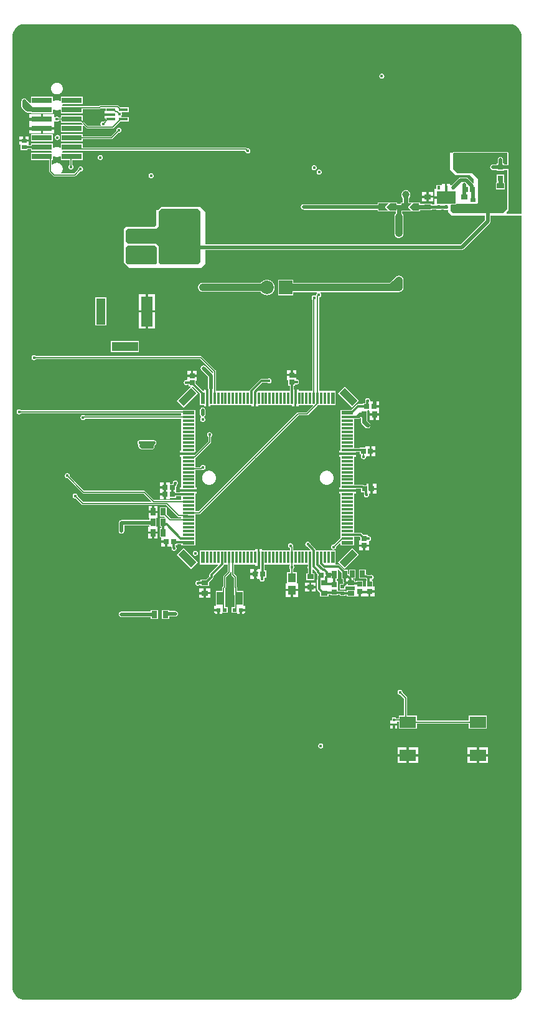
<source format=gbr>
%TF.GenerationSoftware,Altium Limited,Altium Designer,19.1.6 (110)*%
G04 Layer_Physical_Order=1*
G04 Layer_Color=255*
%FSLAX26Y26*%
%MOIN*%
%TF.FileFunction,Copper,L1,Top,Signal*%
%TF.Part,Single*%
G01*
G75*
%TA.AperFunction,SMDPad,CuDef*%
%ADD10R,0.109843X0.029134*%
%ADD11R,0.028346X0.029921*%
%ADD12R,0.043307X0.049213*%
%ADD13R,0.029921X0.028346*%
%ADD14R,0.085039X0.059843*%
%ADD15R,0.064961X0.059055*%
%ADD16R,0.064961X0.137795*%
G04:AMPARAMS|DCode=17|XSize=39.37mil|YSize=98.425mil|CornerRadius=0mil|HoleSize=0mil|Usage=FLASHONLY|Rotation=315.000|XOffset=0mil|YOffset=0mil|HoleType=Round|Shape=Rectangle|*
%AMROTATEDRECTD17*
4,1,4,-0.048718,-0.020879,0.020879,0.048718,0.048718,0.020879,-0.020879,-0.048718,-0.048718,-0.020879,0.0*
%
%ADD17ROTATEDRECTD17*%

G04:AMPARAMS|DCode=18|XSize=39.37mil|YSize=98.425mil|CornerRadius=0mil|HoleSize=0mil|Usage=FLASHONLY|Rotation=225.000|XOffset=0mil|YOffset=0mil|HoleType=Round|Shape=Rectangle|*
%AMROTATEDRECTD18*
4,1,4,-0.020879,0.048718,0.048718,-0.020879,0.020879,-0.048718,-0.048718,0.020879,-0.020879,0.048718,0.0*
%
%ADD18ROTATEDRECTD18*%

%ADD19R,0.011811X0.064961*%
%ADD20R,0.019685X0.064961*%
%ADD21R,0.064961X0.019685*%
%ADD22R,0.064961X0.011811*%
%ADD23R,0.039370X0.070866*%
%ADD24R,0.035433X0.055118*%
%ADD25R,0.035039X0.025197*%
%ADD26R,0.020079X0.022047*%
%ADD27R,0.022047X0.020079*%
%ADD28R,0.031496X0.031496*%
%ADD29R,0.031496X0.031496*%
%ADD30R,0.039370X0.025197*%
%ADD31R,0.027559X0.020079*%
%ADD32R,0.025197X0.039370*%
%ADD33C,0.010000*%
%ADD34C,0.039370*%
%ADD35R,0.098425X0.066929*%
%ADD36R,0.017716X0.019685*%
%ADD37R,0.047244X0.015748*%
%ADD38R,0.012992X0.016732*%
%ADD39R,0.025197X0.035039*%
%ADD40R,0.031496X0.039370*%
%TA.AperFunction,Conductor*%
%ADD41C,0.005000*%
%ADD42C,0.007874*%
%ADD43C,0.020000*%
%ADD44C,0.039370*%
%ADD45C,0.011811*%
%ADD46C,0.019685*%
%ADD47C,0.006102*%
%ADD48C,0.017716*%
%ADD49C,0.015000*%
%ADD50C,0.031496*%
%ADD51C,0.023622*%
%TA.AperFunction,ComponentPad*%
%ADD52R,0.139764X0.051181*%
%ADD53R,0.051181X0.139764*%
%ADD54R,0.061024X0.161417*%
%ADD55C,0.072835*%
%ADD56R,0.072835X0.072835*%
%TA.AperFunction,ViaPad*%
%ADD57C,0.017716*%
G36*
X2664015Y4544999D02*
X2664015Y4482585D01*
X2648268D01*
Y4488459D01*
X2642394D01*
Y4508341D01*
X2642269Y4510246D01*
X2641896Y4512119D01*
X2641282Y4513927D01*
X2640438Y4515640D01*
X2639377Y4517228D01*
X2638118Y4518663D01*
X2636682Y4519922D01*
X2635094Y4520983D01*
X2633382Y4521828D01*
X2631574Y4522442D01*
X2629701Y4522814D01*
X2627795Y4522939D01*
X2625890Y4522814D01*
X2624017Y4522442D01*
X2622209Y4521828D01*
X2620496Y4520983D01*
X2618909Y4519922D01*
X2617473Y4518663D01*
X2616214Y4517228D01*
X2615153Y4515640D01*
X2614308Y4513927D01*
X2613695Y4512119D01*
X2613322Y4510246D01*
X2613197Y4508341D01*
Y4488459D01*
X2607323D01*
Y4482585D01*
X2587441D01*
X2585536Y4482460D01*
X2583663Y4482088D01*
X2581855Y4481474D01*
X2580142Y4480629D01*
X2578555Y4479569D01*
X2577119Y4478310D01*
X2575860Y4476874D01*
X2574799Y4475286D01*
X2573954Y4473574D01*
X2573340Y4471765D01*
X2572968Y4469892D01*
X2572843Y4467987D01*
X2572968Y4466082D01*
X2573340Y4464209D01*
X2573954Y4462400D01*
X2574799Y4460688D01*
X2575860Y4459100D01*
X2577119Y4457664D01*
X2578555Y4456405D01*
X2580142Y4455345D01*
X2581855Y4454500D01*
X2583663Y4453886D01*
X2585536Y4453514D01*
X2587441Y4453389D01*
X2607323D01*
Y4447515D01*
X2648268D01*
Y4453389D01*
X2664015D01*
X2664016Y4244247D01*
X2642362Y4222593D01*
X2373661D01*
X2361850Y4234404D01*
Y4263932D01*
X2365866Y4267948D01*
X2390472D01*
Y4270822D01*
X2502598D01*
X2508504Y4276727D01*
Y4406648D01*
X2477992Y4437160D01*
X2396508Y4437160D01*
X2373662Y4460002D01*
X2373661Y4542217D01*
X2376445Y4545001D01*
X2664015Y4544999D01*
D02*
G37*
G36*
X2192559Y4235389D02*
X2161063D01*
X2141378Y4255074D01*
X2161063Y4274759D01*
X2192559D01*
Y4235389D01*
D02*
G37*
G36*
X2131535Y4255074D02*
X2151220Y4235389D01*
X2098071D01*
Y4274759D01*
X2151220D01*
X2131535Y4255074D01*
D02*
G37*
G36*
X2070512Y4235389D02*
X2039016D01*
X2019331Y4255074D01*
X2039016Y4274759D01*
X2070512D01*
Y4235389D01*
D02*
G37*
G36*
X2009488Y4255074D02*
X2029173Y4235389D01*
X1976024D01*
Y4274759D01*
X2029173D01*
X2009488Y4255074D01*
D02*
G37*
G36*
X2695449Y5231141D02*
X2706856Y5226416D01*
X2717123Y5219556D01*
X2725854Y5210825D01*
X2732715Y5200558D01*
X2737440Y5189151D01*
X2739849Y5177040D01*
Y5170866D01*
Y4217677D01*
X2661905D01*
Y4227520D01*
X2671748Y4237362D01*
X2671748Y4545001D01*
X2668762D01*
X2668671Y4545926D01*
X2668401Y4546816D01*
X2667962Y4547637D01*
X2667371Y4548356D01*
X2666652Y4548947D01*
X2665831Y4549385D01*
X2664941Y4549655D01*
X2664015Y4549747D01*
X2376445Y4549748D01*
X2375519Y4549657D01*
X2374629Y4549386D01*
X2373808Y4548948D01*
X2373088Y4548357D01*
X2370305Y4545573D01*
X2369833Y4544999D01*
X2356789Y4544999D01*
X2356789Y4455220D01*
X2387637Y4424370D01*
X2465055Y4424370D01*
X2484740Y4404685D01*
Y4383862D01*
X2480803Y4382231D01*
X2454134Y4408900D01*
X2452698Y4410159D01*
X2451111Y4411220D01*
X2449398Y4412065D01*
X2447590Y4412678D01*
X2445717Y4413051D01*
X2443811Y4413176D01*
X2415197D01*
X2413291Y4413051D01*
X2411419Y4412678D01*
X2409610Y4412065D01*
X2407898Y4411220D01*
X2406310Y4410159D01*
X2404874Y4408900D01*
X2367859Y4371885D01*
X2360355D01*
X2357205Y4373785D01*
Y4378971D01*
X2342441D01*
Y4357315D01*
X2330630D01*
Y4378971D01*
X2315866D01*
Y4373785D01*
X2312716Y4371885D01*
X2285551D01*
Y4351412D01*
X2275512D01*
Y4312040D01*
X2336532D01*
Y4300229D01*
X2275512D01*
Y4268626D01*
X2261063D01*
Y4272396D01*
X2216575D01*
Y4271645D01*
X2197306D01*
Y4274759D01*
X2197215Y4275685D01*
X2196945Y4276575D01*
X2196506Y4277396D01*
X2195916Y4278115D01*
X2195197Y4278706D01*
X2194376Y4279145D01*
X2193485Y4279415D01*
X2192559Y4279506D01*
X2161063D01*
X2160137Y4279415D01*
X2159246Y4279145D01*
X2158426Y4278706D01*
X2156957Y4278115D01*
X2154577Y4278115D01*
X2153858Y4278706D01*
X2153037Y4279145D01*
X2152147Y4279415D01*
X2151220Y4279506D01*
X2138264D01*
Y4303091D01*
X2138980Y4303731D01*
X2140807Y4305775D01*
X2142394Y4308011D01*
X2143720Y4310411D01*
X2144769Y4312944D01*
X2145528Y4315578D01*
X2145987Y4318281D01*
X2146141Y4321019D01*
X2145987Y4323756D01*
X2145528Y4326459D01*
X2144769Y4329093D01*
X2143720Y4331626D01*
X2142394Y4334026D01*
X2140807Y4336261D01*
X2138980Y4338306D01*
X2136936Y4340133D01*
X2134700Y4341719D01*
X2132300Y4343045D01*
X2129767Y4344095D01*
X2127133Y4344853D01*
X2124430Y4345313D01*
X2121693Y4345466D01*
X2118956Y4345313D01*
X2116253Y4344853D01*
X2113618Y4344095D01*
X2111085Y4343045D01*
X2108686Y4341719D01*
X2106450Y4340133D01*
X2104406Y4338306D01*
X2102579Y4336261D01*
X2100992Y4334026D01*
X2099666Y4331626D01*
X2098617Y4329093D01*
X2097858Y4326459D01*
X2097399Y4323756D01*
X2097245Y4321019D01*
X2097399Y4318281D01*
X2097858Y4315578D01*
X2098617Y4312944D01*
X2099666Y4310411D01*
X2100992Y4308011D01*
X2102579Y4305775D01*
X2104406Y4303731D01*
X2105122Y4303091D01*
Y4279506D01*
X2098071D01*
X2097145Y4279415D01*
X2096254Y4279145D01*
X2095433Y4278706D01*
X2094714Y4278115D01*
X2094124Y4277396D01*
X2093685Y4276575D01*
X2093415Y4275685D01*
X2093324Y4274759D01*
Y4271645D01*
X2075259D01*
Y4274759D01*
X2075168Y4275685D01*
X2074898Y4276575D01*
X2074459Y4277396D01*
X2073869Y4278115D01*
X2073149Y4278706D01*
X2072329Y4279145D01*
X2071438Y4279415D01*
X2070512Y4279506D01*
X2039016D01*
X2038090Y4279415D01*
X2037199Y4279145D01*
X2036378Y4278706D01*
X2034910Y4278115D01*
X2032530Y4278115D01*
X2031811Y4278706D01*
X2030990Y4279145D01*
X2030099Y4279415D01*
X2029173Y4279506D01*
X1976024D01*
X1975097Y4279415D01*
X1974207Y4279145D01*
X1973386Y4278706D01*
X1972667Y4278115D01*
X1972076Y4277396D01*
X1971638Y4276575D01*
X1971368Y4275685D01*
X1971276Y4274759D01*
Y4269672D01*
X1579210D01*
X1577801Y4270150D01*
X1575928Y4270523D01*
X1574023Y4270648D01*
X1572118Y4270523D01*
X1570245Y4270150D01*
X1568436Y4269536D01*
X1566724Y4268692D01*
X1565136Y4267631D01*
X1563700Y4266372D01*
X1562441Y4264936D01*
X1561380Y4263348D01*
X1560536Y4261636D01*
X1559922Y4259828D01*
X1559550Y4257955D01*
X1559425Y4256049D01*
X1559550Y4254144D01*
X1559922Y4252271D01*
X1560536Y4250463D01*
X1561380Y4248750D01*
X1562441Y4247163D01*
X1563700Y4245727D01*
X1564676Y4244751D01*
X1566112Y4243492D01*
X1567699Y4242431D01*
X1569412Y4241587D01*
X1571220Y4240973D01*
X1573093Y4240600D01*
X1574999Y4240475D01*
X1971276D01*
Y4235389D01*
X1971368Y4234462D01*
X1971638Y4233572D01*
X1972076Y4232751D01*
X1972667Y4232032D01*
X1973386Y4231441D01*
X1974207Y4231003D01*
X1975097Y4230733D01*
X1976024Y4230641D01*
X2029173D01*
X2030099Y4230733D01*
X2030990Y4231003D01*
X2031811Y4231441D01*
X2032530Y4232032D01*
X2036378Y4231441D01*
X2037199Y4231003D01*
X2038090Y4230733D01*
X2039016Y4230641D01*
X2067720D01*
Y4221820D01*
X2067004Y4221180D01*
X2065177Y4219136D01*
X2063591Y4216900D01*
X2062265Y4214500D01*
X2061215Y4211967D01*
X2060456Y4209333D01*
X2059997Y4206630D01*
X2059843Y4203892D01*
Y4175349D01*
Y4138932D01*
Y4114326D01*
X2059997Y4111588D01*
X2060456Y4108885D01*
X2061215Y4106251D01*
X2062265Y4103718D01*
X2063591Y4101319D01*
X2065177Y4099083D01*
X2067004Y4097038D01*
X2069048Y4095211D01*
X2071284Y4093625D01*
X2073684Y4092299D01*
X2076217Y4091250D01*
X2078851Y4090491D01*
X2081554Y4090031D01*
X2084291Y4089878D01*
X2087029Y4090031D01*
X2089732Y4090491D01*
X2092366Y4091250D01*
X2094899Y4092299D01*
X2097298Y4093625D01*
X2099534Y4095211D01*
X2101579Y4097038D01*
X2103405Y4099083D01*
X2104992Y4101319D01*
X2106318Y4103718D01*
X2107367Y4106251D01*
X2108126Y4108885D01*
X2108586Y4111588D01*
X2108739Y4114326D01*
Y4138932D01*
Y4175349D01*
Y4203892D01*
X2108586Y4206630D01*
X2108126Y4209333D01*
X2107367Y4211967D01*
X2106318Y4214500D01*
X2104992Y4216900D01*
X2103405Y4219136D01*
X2101579Y4221180D01*
X2100862Y4221820D01*
Y4230641D01*
X2151220D01*
X2152147Y4230733D01*
X2153037Y4231003D01*
X2153858Y4231441D01*
X2154577Y4232032D01*
X2158426Y4231441D01*
X2159246Y4231003D01*
X2160137Y4230733D01*
X2161063Y4230641D01*
X2192559D01*
X2193485Y4230733D01*
X2194376Y4231003D01*
X2195197Y4231441D01*
X2195916Y4232032D01*
X2196506Y4232751D01*
X2196945Y4233572D01*
X2197215Y4234462D01*
X2197306Y4235389D01*
Y4238503D01*
X2216575D01*
Y4237751D01*
X2261063D01*
Y4241403D01*
X2285551D01*
Y4240389D01*
X2312716D01*
Y4241344D01*
X2322953D01*
Y4240389D01*
X2346945D01*
Y4227520D01*
X2366630Y4207835D01*
X2545244D01*
Y4186112D01*
X2413888Y4054756D01*
X1047732Y4054756D01*
Y4227520D01*
X1018205Y4257047D01*
X813480D01*
X793795Y4237362D01*
X786063D01*
X786063Y4157633D01*
X777205Y4148774D01*
X622677D01*
X611850Y4137948D01*
X611853Y3956847D01*
X611782Y3956776D01*
X641236Y3927323D01*
X1023126D01*
X1047732Y3951929D01*
Y4025244D01*
X2420000Y4025244D01*
X2421926Y4025370D01*
X2423819Y4025747D01*
X2425647Y4026367D01*
X2427378Y4027221D01*
X2428983Y4028293D01*
X2430434Y4029566D01*
X2570434Y4169566D01*
X2571707Y4171017D01*
X2572779Y4172622D01*
X2573633Y4174353D01*
X2574253Y4176181D01*
X2574630Y4178074D01*
X2574756Y4180000D01*
Y4207835D01*
X2739849D01*
Y78740D01*
X2739849Y72566D01*
X2737440Y60455D01*
X2732715Y49046D01*
X2727309Y40954D01*
X2714946Y28592D01*
X2706856Y23186D01*
X2695448Y18460D01*
X2683338Y16051D01*
X2677164Y16051D01*
X2022386Y16058D01*
X1471205Y16056D01*
X72565D01*
X60455Y18465D01*
X49047Y23190D01*
X38781Y30050D01*
X30049Y38781D01*
X23189Y49048D01*
X18464Y60456D01*
X16055Y72566D01*
Y78740D01*
Y4237362D01*
X545764D01*
Y4237364D01*
X16055Y4237366D01*
Y5170866D01*
Y5177040D01*
X18464Y5189150D01*
X23189Y5200558D01*
X30049Y5210824D01*
X38780Y5219556D01*
X49047Y5226416D01*
X60455Y5231141D01*
X72566Y5233550D01*
X2683338D01*
X2695449Y5231141D01*
D02*
G37*
G36*
X1022284Y4229483D02*
Y3960782D01*
X1009488Y3947987D01*
X806732D01*
X798858Y3955861D01*
Y4045428D01*
X786063Y4058223D01*
X633504D01*
X622677Y4069050D01*
Y4129089D01*
X633504Y4139916D01*
X787047D01*
X798858Y4151727D01*
Y4230467D01*
X812638Y4244247D01*
X1007520D01*
X1022284Y4229483D01*
D02*
G37*
G36*
X788032Y4039523D02*
Y3955861D01*
X780158Y3947987D01*
X631535D01*
X622677Y3956845D01*
Y4039523D01*
X631535Y4048381D01*
X779173D01*
X788032Y4039523D01*
D02*
G37*
%LPC*%
G36*
X2648268Y4429404D02*
X2607323D01*
Y4388459D01*
X2607323D01*
X2606372Y4384916D01*
X2603386D01*
Y4350270D01*
X2652205D01*
Y4384916D01*
X2649218D01*
X2648268Y4388459D01*
X2648268D01*
Y4429404D01*
D02*
G37*
G36*
X1992756Y4968489D02*
X1990979Y4968372D01*
X1989233Y4968025D01*
X1987547Y4967452D01*
X1985950Y4966665D01*
X1984470Y4965676D01*
X1983131Y4964502D01*
X1981957Y4963163D01*
X1980968Y4961683D01*
X1980180Y4960086D01*
X1979608Y4958400D01*
X1979261Y4956654D01*
X1979144Y4954877D01*
X1979261Y4953100D01*
X1979608Y4951354D01*
X1980180Y4949668D01*
X1980968Y4948071D01*
X1981957Y4946591D01*
X1983131Y4945252D01*
X1984470Y4944078D01*
X1985950Y4943089D01*
X1987547Y4942301D01*
X1989233Y4941729D01*
X1990979Y4941382D01*
X1992756Y4941265D01*
X1994533Y4941382D01*
X1996279Y4941729D01*
X1997965Y4942301D01*
X1999562Y4943089D01*
X2001042Y4944078D01*
X2002381Y4945252D01*
X2003555Y4946591D01*
X2004544Y4948071D01*
X2005332Y4949668D01*
X2005904Y4951354D01*
X2006251Y4953100D01*
X2006368Y4954877D01*
X2006251Y4956654D01*
X2005904Y4958400D01*
X2005332Y4960086D01*
X2004544Y4961683D01*
X2003555Y4963163D01*
X2002381Y4964502D01*
X2001042Y4965676D01*
X1999562Y4966665D01*
X1997965Y4967452D01*
X1996279Y4968025D01*
X1994533Y4968372D01*
X1992756Y4968489D01*
D02*
G37*
G36*
X252795Y4920663D02*
X249724Y4920512D01*
X246682Y4920060D01*
X243699Y4919313D01*
X240803Y4918277D01*
X238023Y4916962D01*
X235386Y4915381D01*
X232915Y4913549D01*
X230637Y4911484D01*
X228571Y4909206D01*
X226740Y4906735D01*
X225159Y4904098D01*
X223844Y4901318D01*
X222808Y4898422D01*
X222060Y4895439D01*
X221609Y4892397D01*
X221458Y4889326D01*
X221609Y4886254D01*
X222060Y4883212D01*
X222808Y4880229D01*
X223844Y4877333D01*
X225159Y4874553D01*
X226740Y4871916D01*
X228571Y4869446D01*
X230637Y4867167D01*
X232915Y4865102D01*
X235386Y4863270D01*
X238023Y4861689D01*
X240803Y4860374D01*
X243699Y4859338D01*
X246682Y4858591D01*
X249724Y4858140D01*
X252795Y4857989D01*
X255867Y4858140D01*
X258909Y4858591D01*
X261892Y4859338D01*
X264787Y4860374D01*
X267567Y4861689D01*
X270205Y4863270D01*
X272675Y4865102D01*
X274954Y4867167D01*
X277019Y4869446D01*
X278851Y4871916D01*
X280432Y4874553D01*
X281747Y4877333D01*
X282783Y4880229D01*
X283530Y4883212D01*
X283981Y4886254D01*
X284132Y4889326D01*
X283981Y4892397D01*
X283530Y4895439D01*
X282783Y4898422D01*
X281747Y4901318D01*
X280432Y4904098D01*
X278851Y4906735D01*
X277019Y4909206D01*
X274954Y4911484D01*
X272675Y4913549D01*
X270205Y4915381D01*
X267567Y4916962D01*
X264787Y4918277D01*
X261892Y4919313D01*
X258909Y4920060D01*
X255867Y4920512D01*
X252795Y4920663D01*
D02*
G37*
G36*
X392441Y4844247D02*
X273150D01*
Y4823218D01*
X271585Y4822059D01*
X269213Y4821356D01*
X267796Y4822406D01*
X265524Y4823768D01*
X263128Y4824901D01*
X260633Y4825794D01*
X258063Y4826438D01*
X255442Y4826827D01*
X252795Y4826957D01*
X250149Y4826827D01*
X247528Y4826438D01*
X244957Y4825794D01*
X242463Y4824901D01*
X240067Y4823768D01*
X237794Y4822406D01*
X236378Y4821356D01*
X234005Y4822059D01*
X232441Y4823218D01*
Y4844247D01*
X113150D01*
Y4812044D01*
X109512Y4810537D01*
X87724Y4832325D01*
X86288Y4833584D01*
X84701Y4834645D01*
X82988Y4835490D01*
X81180Y4836104D01*
X79307Y4836476D01*
X77402Y4836601D01*
X75496Y4836476D01*
X73623Y4836104D01*
X71815Y4835490D01*
X70103Y4834645D01*
X68515Y4833584D01*
X67079Y4832325D01*
X65820Y4830890D01*
X64759Y4829302D01*
X63915Y4827589D01*
X63301Y4825781D01*
X62928Y4823908D01*
X62803Y4822003D01*
Y4793459D01*
X62928Y4791554D01*
X63301Y4789681D01*
X63915Y4787873D01*
X64759Y4786160D01*
X65820Y4784573D01*
X67079Y4783137D01*
X85583Y4764633D01*
X87019Y4763374D01*
X88606Y4762313D01*
X90319Y4761468D01*
X92127Y4760855D01*
X94000Y4760482D01*
X95906Y4760357D01*
X113150D01*
Y4755664D01*
X232441D01*
Y4776693D01*
X234005Y4777852D01*
X236378Y4778555D01*
X237794Y4777505D01*
X240067Y4776143D01*
X242463Y4775010D01*
X244957Y4774117D01*
X247528Y4773473D01*
X250149Y4773084D01*
X252795Y4772954D01*
X255442Y4773084D01*
X258063Y4773473D01*
X260633Y4774117D01*
X263128Y4775010D01*
X265524Y4776143D01*
X267796Y4777505D01*
X269213Y4778555D01*
X271585Y4777852D01*
X273150Y4776693D01*
Y4755664D01*
X392441D01*
Y4779763D01*
X479724D01*
X481141Y4779903D01*
X482503Y4780316D01*
X483758Y4780986D01*
X484858Y4781889D01*
X486550Y4783582D01*
X513622D01*
Y4769837D01*
X506536D01*
Y4756058D01*
X541968D01*
Y4744247D01*
X506536D01*
Y4730467D01*
X513622D01*
Y4722230D01*
X503425Y4712032D01*
X503169Y4712119D01*
X501422Y4712467D01*
X499646Y4712583D01*
X497869Y4712467D01*
X496123Y4712119D01*
X494437Y4711547D01*
X492840Y4710759D01*
X491359Y4709770D01*
X490021Y4708596D01*
X488847Y4707257D01*
X487858Y4705777D01*
X487070Y4704180D01*
X486498Y4702494D01*
X486150Y4700748D01*
X486034Y4698971D01*
X486150Y4697194D01*
X486498Y4695448D01*
X486961Y4694085D01*
X486909Y4693523D01*
X484705Y4690242D01*
X484550Y4690148D01*
X418224D01*
X392441Y4715931D01*
Y4744247D01*
X273150D01*
Y4732215D01*
X263493D01*
X262807Y4733242D01*
X261633Y4734580D01*
X260294Y4735754D01*
X258814Y4736744D01*
X257217Y4737531D01*
X255531Y4738103D01*
X253785Y4738451D01*
X252008Y4738567D01*
X250231Y4738451D01*
X248485Y4738103D01*
X246799Y4737531D01*
X245202Y4736744D01*
X243722Y4735754D01*
X243464Y4735529D01*
X239916Y4736867D01*
X239528Y4737228D01*
Y4751333D01*
X178701D01*
Y4724954D01*
X172796D01*
Y4719048D01*
X106063D01*
Y4698578D01*
Y4680859D01*
X172796D01*
X239528D01*
Y4698578D01*
Y4712683D01*
X239916Y4713044D01*
X243464Y4714382D01*
X243722Y4714157D01*
X245202Y4713167D01*
X246799Y4712380D01*
X248485Y4711808D01*
X250231Y4711460D01*
X252008Y4711344D01*
X253785Y4711460D01*
X255531Y4711808D01*
X257217Y4712380D01*
X258814Y4713167D01*
X260294Y4714157D01*
X261633Y4715331D01*
X262807Y4716669D01*
X263493Y4717696D01*
X273150D01*
Y4705664D01*
X382175D01*
X389655Y4698184D01*
X388024Y4694247D01*
X273150D01*
Y4655664D01*
X392441D01*
Y4689830D01*
X396378Y4691461D01*
X410083Y4677755D01*
X411183Y4676852D01*
X412438Y4676182D01*
X413800Y4675769D01*
X415217Y4675629D01*
X551476D01*
X552893Y4675769D01*
X554254Y4676182D01*
X555509Y4676852D01*
X556610Y4677755D01*
X590817Y4711963D01*
X637244D01*
Y4737160D01*
X597782D01*
X597296Y4737846D01*
X596396Y4741097D01*
X596869Y4741512D01*
X598043Y4742850D01*
X599032Y4744331D01*
X599820Y4745928D01*
X600392Y4747614D01*
X600739Y4749360D01*
X600856Y4751137D01*
X600739Y4752913D01*
X600392Y4754660D01*
X599820Y4756346D01*
X599032Y4757943D01*
X598187Y4759208D01*
X598358Y4760018D01*
X600016Y4763145D01*
X637244D01*
Y4788341D01*
X590817D01*
X583184Y4795975D01*
X582084Y4796877D01*
X580829Y4797548D01*
X579467Y4797961D01*
X578051Y4798101D01*
X483543D01*
X482127Y4797961D01*
X480765Y4797548D01*
X479510Y4796877D01*
X478410Y4795975D01*
X478410Y4795974D01*
X476718Y4794282D01*
X344862D01*
X344506Y4794247D01*
X283192D01*
X280696Y4796415D01*
X279709Y4798184D01*
X279796Y4799956D01*
X279709Y4801727D01*
X280696Y4803496D01*
X283192Y4805664D01*
X392441D01*
Y4844247D01*
D02*
G37*
G36*
X166890Y4751333D02*
X106063D01*
Y4730859D01*
X166890D01*
Y4751333D01*
D02*
G37*
G36*
X584291Y4679118D02*
X582515Y4679002D01*
X580768Y4678655D01*
X579082Y4678082D01*
X577486Y4677295D01*
X576005Y4676306D01*
X574667Y4675132D01*
X573492Y4673793D01*
X572503Y4672312D01*
X571716Y4670716D01*
X571144Y4669030D01*
X570796Y4667283D01*
X570680Y4665507D01*
X570796Y4663730D01*
X571037Y4662519D01*
X540733Y4632215D01*
X392441D01*
Y4644247D01*
X273150D01*
Y4605664D01*
X392441D01*
Y4617696D01*
X543740D01*
X545157Y4617836D01*
X546518Y4618249D01*
X547773Y4618919D01*
X548873Y4619822D01*
X581303Y4652252D01*
X582515Y4652011D01*
X584291Y4651895D01*
X586068Y4652011D01*
X587814Y4652359D01*
X589500Y4652931D01*
X591097Y4653719D01*
X592578Y4654708D01*
X593916Y4655882D01*
X595090Y4657220D01*
X596080Y4658701D01*
X596867Y4660298D01*
X597439Y4661984D01*
X597787Y4663730D01*
X597903Y4665507D01*
X597787Y4667283D01*
X597439Y4669030D01*
X596867Y4670716D01*
X596080Y4672312D01*
X595090Y4673793D01*
X593916Y4675132D01*
X592578Y4676306D01*
X591097Y4677295D01*
X589500Y4678082D01*
X587814Y4678655D01*
X586068Y4679002D01*
X584291Y4679118D01*
D02*
G37*
G36*
X239528Y4669048D02*
X178701D01*
Y4648578D01*
X239528D01*
Y4669048D01*
D02*
G37*
G36*
X166890D02*
X106063D01*
Y4648578D01*
X166890D01*
Y4669048D01*
D02*
G37*
G36*
X102008Y4632239D02*
X82323D01*
Y4616294D01*
X102008D01*
Y4632239D01*
D02*
G37*
G36*
X70512D02*
X50827D01*
Y4616294D01*
X70512D01*
Y4632239D01*
D02*
G37*
G36*
X255551Y4640733D02*
X253774Y4640616D01*
X252028Y4640269D01*
X250342Y4639697D01*
X248745Y4638909D01*
X247265Y4637920D01*
X245926Y4636746D01*
X244752Y4635407D01*
X243763Y4633927D01*
X242976Y4632330D01*
X242403Y4630644D01*
X242056Y4628898D01*
X241940Y4627121D01*
X242056Y4625344D01*
X242403Y4623598D01*
X242976Y4621912D01*
X243763Y4620315D01*
X244752Y4618835D01*
X245926Y4617496D01*
X247265Y4616322D01*
X248745Y4615333D01*
X250342Y4614545D01*
X252028Y4613973D01*
X253774Y4613626D01*
X255551Y4613509D01*
X257328Y4613626D01*
X259074Y4613973D01*
X260760Y4614545D01*
X262357Y4615333D01*
X263837Y4616322D01*
X265176Y4617496D01*
X266350Y4618835D01*
X267339Y4620315D01*
X268127Y4621912D01*
X268699Y4623598D01*
X269046Y4625344D01*
X269163Y4627121D01*
X269046Y4628898D01*
X268699Y4630644D01*
X268127Y4632330D01*
X267339Y4633927D01*
X266350Y4635407D01*
X265176Y4636746D01*
X263837Y4637920D01*
X262357Y4638909D01*
X260760Y4639697D01*
X259074Y4640269D01*
X257328Y4640616D01*
X255551Y4640733D01*
D02*
G37*
G36*
X232441Y4644247D02*
X113150D01*
Y4605664D01*
X232441D01*
Y4644247D01*
D02*
G37*
G36*
X102008Y4604483D02*
X50827D01*
Y4588538D01*
X57913D01*
Y4560192D01*
X94921D01*
Y4564293D01*
X113150D01*
Y4555664D01*
X222398D01*
X224895Y4553496D01*
X225881Y4551727D01*
X225794Y4549956D01*
X225881Y4548184D01*
X224895Y4546415D01*
X222398Y4544247D01*
X113150D01*
Y4505664D01*
X211737D01*
Y4446585D01*
X211876Y4445169D01*
X212289Y4443807D01*
X212960Y4442552D01*
X213863Y4441452D01*
X233662Y4421653D01*
X234762Y4420750D01*
X236017Y4420079D01*
X237379Y4419666D01*
X238795Y4419527D01*
X348524D01*
X349940Y4419666D01*
X351302Y4420079D01*
X352557Y4420750D01*
X353657Y4421653D01*
X376579Y4444575D01*
X377790Y4444334D01*
X379567Y4444218D01*
X381344Y4444334D01*
X383090Y4444682D01*
X384776Y4445254D01*
X386373Y4446041D01*
X387853Y4447031D01*
X389192Y4448205D01*
X390366Y4449543D01*
X391355Y4451024D01*
X392143Y4452620D01*
X392715Y4454306D01*
X393062Y4456053D01*
X393179Y4457829D01*
X393062Y4459606D01*
X392715Y4461352D01*
X392143Y4463038D01*
X391355Y4464635D01*
X390366Y4466116D01*
X389192Y4467454D01*
X387853Y4468628D01*
X386373Y4469618D01*
X384776Y4470405D01*
X383090Y4470977D01*
X381344Y4471325D01*
X379567Y4471441D01*
X377790Y4471325D01*
X376044Y4470977D01*
X374358Y4470405D01*
X372761Y4469618D01*
X371281Y4468628D01*
X369942Y4467454D01*
X368768Y4466116D01*
X367779Y4464635D01*
X366991Y4463038D01*
X366419Y4461352D01*
X366072Y4459606D01*
X365955Y4457829D01*
X366072Y4456053D01*
X366313Y4454842D01*
X345517Y4434046D01*
X275982D01*
X274464Y4437983D01*
X274954Y4438427D01*
X277019Y4440706D01*
X278851Y4443176D01*
X280432Y4445813D01*
X281747Y4448593D01*
X282783Y4451489D01*
X283530Y4454472D01*
X283981Y4457514D01*
X284132Y4460585D01*
X283981Y4463657D01*
X283530Y4466699D01*
X282783Y4469682D01*
X281747Y4472578D01*
X280432Y4475358D01*
X278851Y4477995D01*
X277019Y4480465D01*
X274954Y4482744D01*
X272675Y4484809D01*
X270205Y4486641D01*
X267567Y4488222D01*
X264787Y4489537D01*
X261892Y4490573D01*
X258909Y4491320D01*
X255867Y4491771D01*
X252795Y4491922D01*
X249724Y4491771D01*
X246682Y4491320D01*
X243699Y4490573D01*
X240803Y4489537D01*
X238023Y4488222D01*
X235386Y4486641D01*
X232915Y4484809D01*
X230637Y4482744D01*
X230192Y4482254D01*
X226256Y4483773D01*
Y4505664D01*
X232441D01*
Y4526693D01*
X234005Y4527852D01*
X236378Y4528555D01*
X237794Y4527505D01*
X240067Y4526143D01*
X242463Y4525010D01*
X244957Y4524117D01*
X247528Y4523473D01*
X250149Y4523084D01*
X252795Y4522954D01*
X255442Y4523084D01*
X258063Y4523473D01*
X260633Y4524117D01*
X263128Y4525010D01*
X265524Y4526143D01*
X267796Y4527505D01*
X269213Y4528555D01*
X271585Y4527852D01*
X273150Y4526693D01*
Y4505664D01*
X321127D01*
Y4481126D01*
X320100Y4480439D01*
X318761Y4479265D01*
X317587Y4477927D01*
X316598Y4476446D01*
X315810Y4474850D01*
X315238Y4473163D01*
X314891Y4471417D01*
X314774Y4469641D01*
X314891Y4467864D01*
X315238Y4466118D01*
X315810Y4464431D01*
X316598Y4462835D01*
X317587Y4461354D01*
X318761Y4460016D01*
X320100Y4458842D01*
X321580Y4457852D01*
X323177Y4457065D01*
X324863Y4456493D01*
X326609Y4456145D01*
X328386Y4456029D01*
X330163Y4456145D01*
X331909Y4456493D01*
X333595Y4457065D01*
X335192Y4457852D01*
X336672Y4458842D01*
X338011Y4460016D01*
X339185Y4461354D01*
X340174Y4462835D01*
X340962Y4464431D01*
X341534Y4466118D01*
X341881Y4467864D01*
X341998Y4469641D01*
X341881Y4471417D01*
X341534Y4473163D01*
X340962Y4474850D01*
X340174Y4476446D01*
X339185Y4477927D01*
X338011Y4479265D01*
X336672Y4480439D01*
X335645Y4481126D01*
Y4505664D01*
X392441D01*
Y4544247D01*
X283192D01*
X280696Y4546415D01*
X279709Y4548184D01*
X279796Y4549956D01*
X279709Y4551727D01*
X280696Y4553496D01*
X283192Y4555664D01*
X343084D01*
X343425Y4555637D01*
X1259412D01*
X1261482Y4553567D01*
X1261505Y4553223D01*
X1261852Y4551477D01*
X1262424Y4549791D01*
X1263212Y4548194D01*
X1264201Y4546714D01*
X1265375Y4545375D01*
X1266714Y4544201D01*
X1268194Y4543212D01*
X1269791Y4542424D01*
X1271477Y4541852D01*
X1273223Y4541505D01*
X1275000Y4541388D01*
X1276777Y4541505D01*
X1278523Y4541852D01*
X1280209Y4542424D01*
X1281806Y4543212D01*
X1283286Y4544201D01*
X1284625Y4545375D01*
X1285799Y4546714D01*
X1286788Y4548194D01*
X1287576Y4549791D01*
X1288148Y4551477D01*
X1288495Y4553223D01*
X1288612Y4555000D01*
X1288495Y4556777D01*
X1288148Y4558523D01*
X1287576Y4560209D01*
X1286788Y4561806D01*
X1285799Y4563286D01*
X1284625Y4564625D01*
X1283286Y4565799D01*
X1281806Y4566788D01*
X1280209Y4567576D01*
X1278523Y4568148D01*
X1276777Y4568495D01*
X1275000Y4568612D01*
X1273223Y4568495D01*
X1271477Y4568148D01*
X1271476Y4568148D01*
X1269155Y4570469D01*
X1268118Y4571354D01*
X1266956Y4572067D01*
X1265696Y4572588D01*
X1264370Y4572907D01*
X1263011Y4573014D01*
X392441D01*
Y4594247D01*
X273150D01*
Y4573218D01*
X271585Y4572059D01*
X269213Y4571356D01*
X267796Y4572406D01*
X265524Y4573768D01*
X263128Y4574901D01*
X260633Y4575794D01*
X258063Y4576438D01*
X255442Y4576827D01*
X252795Y4576957D01*
X250149Y4576827D01*
X247528Y4576438D01*
X244957Y4575794D01*
X242463Y4574901D01*
X240067Y4573768D01*
X237794Y4572406D01*
X236378Y4571356D01*
X234005Y4572059D01*
X232441Y4573218D01*
Y4594247D01*
X113150D01*
Y4585618D01*
X104463D01*
X102008Y4588538D01*
Y4604483D01*
D02*
G37*
G36*
X485000Y4533612D02*
X483223Y4533495D01*
X481477Y4533148D01*
X479791Y4532576D01*
X478194Y4531788D01*
X476714Y4530799D01*
X475375Y4529625D01*
X474201Y4528286D01*
X473212Y4526806D01*
X472424Y4525209D01*
X471852Y4523523D01*
X471505Y4521777D01*
X471388Y4520000D01*
X471505Y4518223D01*
X471852Y4516477D01*
X472424Y4514791D01*
X473212Y4513194D01*
X474201Y4511714D01*
X475375Y4510375D01*
X476714Y4509201D01*
X478194Y4508212D01*
X479791Y4507424D01*
X481477Y4506852D01*
X483223Y4506505D01*
X485000Y4506388D01*
X486777Y4506505D01*
X488523Y4506852D01*
X490209Y4507424D01*
X491806Y4508212D01*
X493286Y4509201D01*
X494625Y4510375D01*
X495799Y4511714D01*
X496788Y4513194D01*
X497576Y4514791D01*
X498148Y4516477D01*
X498495Y4518223D01*
X498612Y4520000D01*
X498495Y4521777D01*
X498148Y4523523D01*
X497576Y4525209D01*
X496788Y4526806D01*
X495799Y4528286D01*
X494625Y4529625D01*
X493286Y4530799D01*
X491806Y4531788D01*
X490209Y4532576D01*
X488523Y4533148D01*
X486777Y4533495D01*
X485000Y4533612D01*
D02*
G37*
G36*
X1630000Y4478612D02*
X1628223Y4478495D01*
X1626477Y4478148D01*
X1624791Y4477576D01*
X1623194Y4476788D01*
X1621714Y4475799D01*
X1620375Y4474625D01*
X1619201Y4473286D01*
X1618212Y4471806D01*
X1617424Y4470209D01*
X1616852Y4468523D01*
X1616505Y4466777D01*
X1616388Y4465000D01*
X1616505Y4463223D01*
X1616852Y4461477D01*
X1617424Y4459791D01*
X1618212Y4458194D01*
X1619201Y4456714D01*
X1620375Y4455375D01*
X1621714Y4454201D01*
X1623194Y4453212D01*
X1624791Y4452424D01*
X1626477Y4451852D01*
X1628223Y4451505D01*
X1630000Y4451388D01*
X1631777Y4451505D01*
X1633523Y4451852D01*
X1635209Y4452424D01*
X1636806Y4453212D01*
X1638286Y4454201D01*
X1639625Y4455375D01*
X1640799Y4456714D01*
X1641788Y4458194D01*
X1642576Y4459791D01*
X1643148Y4461477D01*
X1643495Y4463223D01*
X1643612Y4465000D01*
X1643495Y4466777D01*
X1643148Y4468523D01*
X1642576Y4470209D01*
X1641788Y4471806D01*
X1640799Y4473286D01*
X1639625Y4474625D01*
X1638286Y4475799D01*
X1636806Y4476788D01*
X1635209Y4477576D01*
X1633523Y4478148D01*
X1631777Y4478495D01*
X1630000Y4478612D01*
D02*
G37*
G36*
X1656747Y4455359D02*
X1654970Y4455242D01*
X1653224Y4454895D01*
X1651538Y4454322D01*
X1649941Y4453535D01*
X1648460Y4452546D01*
X1647122Y4451372D01*
X1645948Y4450033D01*
X1644959Y4448553D01*
X1644171Y4446956D01*
X1643599Y4445270D01*
X1643252Y4443524D01*
X1643135Y4441747D01*
X1643252Y4439970D01*
X1643599Y4438224D01*
X1644171Y4436538D01*
X1644959Y4434941D01*
X1645948Y4433461D01*
X1647122Y4432122D01*
X1648460Y4430948D01*
X1649941Y4429959D01*
X1651538Y4429171D01*
X1653224Y4428599D01*
X1654970Y4428252D01*
X1656747Y4428135D01*
X1658524Y4428252D01*
X1660270Y4428599D01*
X1661956Y4429171D01*
X1663553Y4429959D01*
X1665033Y4430948D01*
X1666372Y4432122D01*
X1667546Y4433461D01*
X1668535Y4434941D01*
X1669322Y4436538D01*
X1669895Y4438224D01*
X1670242Y4439970D01*
X1670359Y4441747D01*
X1670242Y4443524D01*
X1669895Y4445270D01*
X1669322Y4446956D01*
X1668535Y4448553D01*
X1667546Y4450033D01*
X1666372Y4451372D01*
X1665033Y4452546D01*
X1663553Y4453535D01*
X1661956Y4454322D01*
X1660270Y4454895D01*
X1658524Y4455242D01*
X1656747Y4455359D01*
D02*
G37*
G36*
X756535Y4436008D02*
X754759Y4435892D01*
X753013Y4435544D01*
X751327Y4434972D01*
X749730Y4434185D01*
X748249Y4433195D01*
X746911Y4432021D01*
X745737Y4430683D01*
X744747Y4429202D01*
X743960Y4427605D01*
X743388Y4425919D01*
X743040Y4424173D01*
X742924Y4422396D01*
X743040Y4420620D01*
X743388Y4418873D01*
X743960Y4417187D01*
X744747Y4415591D01*
X745737Y4414110D01*
X746911Y4412771D01*
X748249Y4411597D01*
X749730Y4410608D01*
X751327Y4409821D01*
X753013Y4409248D01*
X754759Y4408901D01*
X756535Y4408785D01*
X758312Y4408901D01*
X760058Y4409248D01*
X761745Y4409821D01*
X763341Y4410608D01*
X764822Y4411597D01*
X766160Y4412771D01*
X767334Y4414110D01*
X768324Y4415591D01*
X769111Y4417187D01*
X769683Y4418873D01*
X770031Y4420620D01*
X770147Y4422396D01*
X770031Y4424173D01*
X769683Y4425919D01*
X769111Y4427605D01*
X768324Y4429202D01*
X767334Y4430683D01*
X766160Y4432021D01*
X764822Y4433195D01*
X763341Y4434185D01*
X761745Y4434972D01*
X760058Y4435544D01*
X758312Y4435892D01*
X756535Y4436008D01*
D02*
G37*
G36*
X2268150Y4334601D02*
X2244724D01*
Y4316097D01*
X2268150D01*
Y4334601D01*
D02*
G37*
G36*
X2232913D02*
X2209488D01*
Y4316097D01*
X2232913D01*
Y4334601D01*
D02*
G37*
G36*
X2268150Y4304286D02*
X2244724D01*
Y4285782D01*
X2268150D01*
Y4304286D01*
D02*
G37*
G36*
X2232913D02*
X2209488D01*
Y4285782D01*
X2232913D01*
Y4304286D01*
D02*
G37*
G36*
X545910Y4237362D02*
X545764D01*
Y4237215D01*
X545910Y4237362D01*
D02*
G37*
G36*
X2084291Y3887789D02*
X2081554Y3887636D01*
X2078851Y3887176D01*
X2076217Y3886417D01*
X2073684Y3885368D01*
X2071284Y3884042D01*
X2069048Y3882456D01*
X2067004Y3880629D01*
X2067003Y3880628D01*
X2035779Y3849403D01*
X1518937D01*
Y3866097D01*
X1436654D01*
Y3783814D01*
X1518937D01*
Y3800508D01*
X1645521D01*
X1645940Y3799896D01*
X1646714Y3795799D01*
X1645375Y3794625D01*
X1644201Y3793286D01*
X1643212Y3791806D01*
X1642424Y3790209D01*
X1641852Y3788523D01*
X1641505Y3786777D01*
X1641388Y3785000D01*
X1641505Y3783223D01*
X1641507Y3783211D01*
X1639109Y3781415D01*
X1637925Y3781041D01*
X1636806Y3781788D01*
X1635209Y3782576D01*
X1633523Y3783148D01*
X1631777Y3783495D01*
X1630000Y3783612D01*
X1628223Y3783495D01*
X1626477Y3783148D01*
X1624791Y3782576D01*
X1623194Y3781788D01*
X1621714Y3780799D01*
X1620375Y3779625D01*
X1619201Y3778286D01*
X1618212Y3776806D01*
X1617424Y3775209D01*
X1616852Y3773523D01*
X1616505Y3771777D01*
X1616388Y3770000D01*
X1616505Y3768223D01*
X1616852Y3766477D01*
X1617424Y3764791D01*
X1618212Y3763194D01*
X1619201Y3761714D01*
X1620375Y3760375D01*
X1621714Y3759201D01*
X1622032Y3758989D01*
Y3270625D01*
X1547874D01*
Y3277711D01*
X1536061D01*
Y3233417D01*
Y3189129D01*
X1547874D01*
Y3196215D01*
X1624570D01*
X1626077Y3192578D01*
X1588730Y3155232D01*
X1543536D01*
X1543535Y3155232D01*
X1542119Y3155092D01*
X1540757Y3154679D01*
X1539502Y3154008D01*
X1538402Y3153106D01*
X1012787Y2627491D01*
X993544D01*
Y2648972D01*
Y2688342D01*
Y2720625D01*
X1000631D01*
Y2732436D01*
X956338D01*
X912048D01*
Y2729319D01*
X890354D01*
Y2758739D01*
X893221Y2761606D01*
X894308Y2762878D01*
X895182Y2764305D01*
X895822Y2765851D01*
X896213Y2767477D01*
X896344Y2769146D01*
Y2769822D01*
X896436Y2769903D01*
X897610Y2771241D01*
X898599Y2772722D01*
X899387Y2774319D01*
X899959Y2776005D01*
X900306Y2777751D01*
X900423Y2779528D01*
X900306Y2781304D01*
X899959Y2783051D01*
X899387Y2784737D01*
X898599Y2786334D01*
X897610Y2787814D01*
X896436Y2789153D01*
X895097Y2790327D01*
X893617Y2791316D01*
X892020Y2792103D01*
X890334Y2792675D01*
X888588Y2793023D01*
X886811Y2793139D01*
X885034Y2793023D01*
X883288Y2792675D01*
X881602Y2792103D01*
X880005Y2791316D01*
X878525Y2790327D01*
X877186Y2789153D01*
X876012Y2787814D01*
X875023Y2786334D01*
X874235Y2784737D01*
X873663Y2783051D01*
X873316Y2781304D01*
X873199Y2779528D01*
X873316Y2777751D01*
X871109Y2774370D01*
X870247Y2773819D01*
X858858D01*
Y2780905D01*
X837993D01*
Y2754923D01*
X832087D01*
Y2749018D01*
X805315D01*
Y2728937D01*
Y2724410D01*
X832086D01*
Y2718504D01*
X837991D01*
Y2692520D01*
X858858D01*
Y2699606D01*
X890354D01*
Y2707994D01*
X919135D01*
Y2687259D01*
X772692D01*
X724818Y2735133D01*
X723718Y2736036D01*
X722463Y2736707D01*
X721101Y2737120D01*
X719685Y2737259D01*
X398991D01*
X321325Y2814925D01*
X321566Y2816137D01*
X321683Y2817913D01*
X321566Y2819690D01*
X321219Y2821436D01*
X320647Y2823122D01*
X319859Y2824719D01*
X318870Y2826200D01*
X317696Y2827538D01*
X316357Y2828712D01*
X314877Y2829702D01*
X313280Y2830489D01*
X311594Y2831061D01*
X309848Y2831409D01*
X308071Y2831525D01*
X306294Y2831409D01*
X304548Y2831061D01*
X302862Y2830489D01*
X301265Y2829702D01*
X299785Y2828712D01*
X298446Y2827538D01*
X297272Y2826200D01*
X296283Y2824719D01*
X295495Y2823122D01*
X294923Y2821436D01*
X294576Y2819690D01*
X294459Y2817913D01*
X294576Y2816137D01*
X294923Y2814390D01*
X295495Y2812704D01*
X296283Y2811108D01*
X297272Y2809627D01*
X298446Y2808289D01*
X299785Y2807115D01*
X301265Y2806125D01*
X302862Y2805338D01*
X304548Y2804765D01*
X306294Y2804418D01*
X308071Y2804302D01*
X309848Y2804418D01*
X311059Y2804659D01*
X390851Y2724867D01*
X391951Y2723964D01*
X393206Y2723293D01*
X394568Y2722880D01*
X395984Y2722741D01*
X716678D01*
X758522Y2680897D01*
X757015Y2677259D01*
X393007D01*
X363254Y2707012D01*
X363495Y2708223D01*
X363612Y2710000D01*
X363495Y2711777D01*
X363148Y2713523D01*
X362576Y2715209D01*
X361788Y2716806D01*
X360799Y2718286D01*
X359625Y2719625D01*
X358286Y2720799D01*
X356806Y2721788D01*
X355209Y2722576D01*
X353523Y2723148D01*
X351777Y2723495D01*
X350000Y2723612D01*
X348223Y2723495D01*
X346477Y2723148D01*
X344791Y2722576D01*
X343194Y2721788D01*
X341714Y2720799D01*
X340375Y2719625D01*
X339201Y2718286D01*
X338212Y2716806D01*
X337424Y2715209D01*
X336852Y2713523D01*
X336505Y2711777D01*
X336388Y2710000D01*
X336505Y2708223D01*
X336852Y2706477D01*
X337424Y2704791D01*
X338212Y2703194D01*
X339201Y2701714D01*
X340375Y2700375D01*
X341714Y2699201D01*
X343194Y2698212D01*
X344791Y2697424D01*
X346477Y2696852D01*
X348223Y2696505D01*
X350000Y2696388D01*
X351777Y2696505D01*
X352988Y2696746D01*
X384866Y2664867D01*
X384867Y2664867D01*
X385967Y2663964D01*
X387222Y2663293D01*
X388584Y2662880D01*
X390000Y2662741D01*
X836993D01*
X900915Y2598819D01*
X902015Y2597916D01*
X903270Y2597245D01*
X904632Y2596832D01*
X906048Y2596693D01*
X906049Y2596693D01*
X919135D01*
Y2588675D01*
X862446D01*
X839827Y2611294D01*
Y2649063D01*
X805181D01*
Y2600244D01*
X828777D01*
X832077Y2596944D01*
X830570Y2593307D01*
X804528D01*
Y2544488D01*
X811188D01*
Y2538189D01*
X804528D01*
Y2489370D01*
X811937D01*
Y2471905D01*
X838711D01*
Y2466000D01*
X844617D01*
Y2440016D01*
X865480D01*
X868207Y2437208D01*
Y2436797D01*
X867424Y2435209D01*
X866852Y2433523D01*
X866505Y2431777D01*
X866388Y2430000D01*
X866505Y2428223D01*
X866852Y2426477D01*
X867424Y2424791D01*
X868212Y2423194D01*
X869201Y2421714D01*
X870375Y2420375D01*
X871714Y2419201D01*
X873194Y2418212D01*
X874791Y2417424D01*
X876477Y2416852D01*
X878223Y2416505D01*
X880000Y2416388D01*
X881777Y2416505D01*
X883523Y2416852D01*
X885209Y2417424D01*
X886806Y2418212D01*
X888286Y2419201D01*
X889625Y2420375D01*
X890799Y2421714D01*
X891788Y2423194D01*
X892576Y2424791D01*
X893148Y2426477D01*
X893495Y2428223D01*
X893612Y2430000D01*
X893495Y2431777D01*
X893148Y2433523D01*
X892576Y2435209D01*
X891788Y2436806D01*
X890799Y2438286D01*
X889625Y2439625D01*
X889533Y2439706D01*
Y2447102D01*
X896976D01*
Y2451744D01*
X919135D01*
Y2444247D01*
X993544D01*
Y2491492D01*
Y2530862D01*
Y2570232D01*
Y2612972D01*
X1015794D01*
X1017211Y2613112D01*
X1018572Y2613525D01*
X1019827Y2614195D01*
X1020927Y2615098D01*
X1546542Y3140713D01*
X1591737D01*
X1593154Y3140853D01*
X1594516Y3141266D01*
X1595771Y3141936D01*
X1596871Y3142839D01*
X1646846Y3192814D01*
X1647748Y3193914D01*
X1648419Y3195169D01*
X1648736Y3196215D01*
X1745513D01*
Y3270625D01*
X1656393D01*
Y3771480D01*
X1656777Y3771505D01*
X1658523Y3771852D01*
X1660209Y3772424D01*
X1661806Y3773212D01*
X1663286Y3774201D01*
X1664625Y3775375D01*
X1665799Y3776714D01*
X1666788Y3778194D01*
X1667576Y3779791D01*
X1668148Y3781477D01*
X1668495Y3783223D01*
X1668612Y3785000D01*
X1668495Y3786777D01*
X1668148Y3788523D01*
X1667576Y3790209D01*
X1666788Y3791806D01*
X1665799Y3793286D01*
X1664625Y3794625D01*
X1663286Y3795799D01*
X1664060Y3799896D01*
X1664479Y3800508D01*
X2041968D01*
X2043937Y3800618D01*
X2045906Y3800508D01*
X2084291D01*
X2087029Y3800661D01*
X2089732Y3801121D01*
X2092366Y3801880D01*
X2094899Y3802929D01*
X2097298Y3804255D01*
X2099534Y3805841D01*
X2101579Y3807668D01*
X2103405Y3809713D01*
X2104992Y3811948D01*
X2106318Y3814348D01*
X2107367Y3816881D01*
X2108126Y3819515D01*
X2108586Y3822218D01*
X2108739Y3824956D01*
Y3863340D01*
X2108739Y3863341D01*
X2108586Y3866079D01*
X2108126Y3868782D01*
X2107367Y3871416D01*
X2106318Y3873949D01*
X2104992Y3876349D01*
X2103406Y3878584D01*
X2101579Y3880629D01*
X2099535Y3882456D01*
X2097298Y3884042D01*
X2094899Y3885368D01*
X2092366Y3886417D01*
X2089732Y3887176D01*
X2087029Y3887636D01*
X2084291Y3887789D01*
D02*
G37*
G36*
X1377795Y3866136D02*
X1374206Y3865980D01*
X1370644Y3865511D01*
X1367137Y3864733D01*
X1363711Y3863653D01*
X1360391Y3862278D01*
X1357205Y3860619D01*
X1354175Y3858689D01*
X1351325Y3856502D01*
X1348676Y3854075D01*
X1346249Y3851426D01*
X1345452Y3850388D01*
X1033110D01*
X1030373Y3850234D01*
X1027670Y3849775D01*
X1025036Y3849016D01*
X1022503Y3847967D01*
X1020103Y3846640D01*
X1017867Y3845054D01*
X1015823Y3843227D01*
X1013996Y3841183D01*
X1012410Y3838947D01*
X1011083Y3836547D01*
X1010034Y3834014D01*
X1009275Y3831380D01*
X1008816Y3828677D01*
X1008662Y3825940D01*
X1008816Y3823202D01*
X1009275Y3820500D01*
X1010034Y3817865D01*
X1011083Y3815332D01*
X1012410Y3812933D01*
X1013996Y3810697D01*
X1015823Y3808653D01*
X1017867Y3806826D01*
X1020103Y3805239D01*
X1022503Y3803913D01*
X1025036Y3802864D01*
X1027670Y3802105D01*
X1030373Y3801646D01*
X1033110Y3801492D01*
X1343962D01*
X1344062Y3801335D01*
X1346249Y3798485D01*
X1348676Y3795836D01*
X1351325Y3793409D01*
X1354175Y3791222D01*
X1357205Y3789292D01*
X1360391Y3787633D01*
X1363711Y3786258D01*
X1367137Y3785178D01*
X1370644Y3784400D01*
X1374206Y3783931D01*
X1377795Y3783775D01*
X1381384Y3783931D01*
X1384946Y3784400D01*
X1388454Y3785178D01*
X1391880Y3786258D01*
X1395199Y3787633D01*
X1398386Y3789292D01*
X1401416Y3791222D01*
X1404266Y3793409D01*
X1406915Y3795836D01*
X1409342Y3798485D01*
X1411529Y3801335D01*
X1413459Y3804365D01*
X1415118Y3807552D01*
X1416493Y3810871D01*
X1417573Y3814297D01*
X1418351Y3817805D01*
X1418820Y3821366D01*
X1418976Y3824956D01*
X1418820Y3828545D01*
X1418351Y3832106D01*
X1417573Y3835614D01*
X1416493Y3839040D01*
X1415118Y3842359D01*
X1413459Y3845546D01*
X1411529Y3848576D01*
X1409342Y3851426D01*
X1406915Y3854075D01*
X1404266Y3856502D01*
X1401416Y3858689D01*
X1398386Y3860619D01*
X1395199Y3862278D01*
X1391880Y3863653D01*
X1388454Y3864733D01*
X1384946Y3865511D01*
X1381384Y3865980D01*
X1377795Y3866136D01*
D02*
G37*
G36*
X777205Y3789522D02*
X740788D01*
Y3702909D01*
X777205D01*
Y3789522D01*
D02*
G37*
G36*
X728977D02*
X692559D01*
Y3702909D01*
X728977D01*
Y3789522D01*
D02*
G37*
G36*
X519134Y3771609D02*
X458504D01*
Y3622396D01*
X519134D01*
Y3771609D01*
D02*
G37*
G36*
X777205Y3691098D02*
X740788D01*
Y3604483D01*
X777205D01*
Y3691098D01*
D02*
G37*
G36*
X728977D02*
X692559D01*
Y3604483D01*
X728977D01*
Y3691098D01*
D02*
G37*
G36*
X691378Y3538341D02*
X542165D01*
Y3477711D01*
X691378D01*
Y3538341D01*
D02*
G37*
G36*
X130000Y3463612D02*
X128223Y3463495D01*
X126477Y3463148D01*
X124791Y3462575D01*
X123194Y3461788D01*
X121714Y3460799D01*
X120375Y3459625D01*
X119201Y3458286D01*
X118212Y3456806D01*
X117424Y3455209D01*
X116852Y3453523D01*
X116505Y3451777D01*
X116388Y3450000D01*
X116505Y3448223D01*
X116852Y3446477D01*
X117424Y3444791D01*
X118212Y3443194D01*
X119201Y3441714D01*
X120375Y3440375D01*
X121714Y3439201D01*
X123194Y3438212D01*
X124791Y3437424D01*
X126477Y3436852D01*
X128223Y3436505D01*
X130000Y3436388D01*
X131777Y3436505D01*
X133523Y3436852D01*
X135209Y3437424D01*
X136806Y3438212D01*
X138286Y3439201D01*
X139625Y3440375D01*
X140799Y3441714D01*
X141485Y3442740D01*
X1020993Y3442741D01*
X1089828Y3373906D01*
Y3367487D01*
X1085891Y3365856D01*
X1047724Y3404023D01*
X1046288Y3405282D01*
X1044701Y3406343D01*
X1042988Y3407188D01*
X1041180Y3407802D01*
X1039307Y3408174D01*
X1037402Y3408299D01*
X1035496Y3408174D01*
X1033623Y3407802D01*
X1031815Y3407188D01*
X1030102Y3406343D01*
X1028515Y3405282D01*
X1027079Y3404023D01*
X1025820Y3402588D01*
X1024759Y3401000D01*
X1023915Y3399287D01*
X1023301Y3397479D01*
X1022928Y3395606D01*
X1022803Y3393701D01*
X1022928Y3391795D01*
X1023301Y3389923D01*
X1023915Y3388114D01*
X1024759Y3386402D01*
X1025820Y3384814D01*
X1027079Y3383378D01*
X1062804Y3347653D01*
Y3284802D01*
X1062929Y3282897D01*
X1063178Y3281648D01*
X1062387Y3279981D01*
X1060397Y3277711D01*
X1040001D01*
Y3270625D01*
X1034415D01*
X995276Y3309764D01*
Y3326181D01*
X1002362D01*
Y3347047D01*
X950394D01*
Y3332796D01*
X949208Y3331350D01*
X946457Y3329518D01*
X945866Y3329557D01*
X944089Y3329440D01*
X942343Y3329093D01*
X940657Y3328521D01*
X939060Y3327733D01*
X937580Y3326744D01*
X936241Y3325570D01*
X935067Y3324231D01*
X934078Y3322751D01*
X933290Y3321154D01*
X932718Y3319468D01*
X932371Y3317722D01*
X932254Y3315945D01*
X932371Y3314168D01*
X932718Y3312422D01*
X933290Y3310736D01*
X934078Y3309139D01*
X935067Y3307659D01*
X936241Y3306320D01*
X937580Y3305146D01*
X939060Y3304157D01*
X940657Y3303369D01*
X942343Y3302797D01*
X944089Y3302450D01*
X945866Y3302333D01*
X947643Y3302450D01*
X949389Y3302797D01*
X951075Y3303369D01*
X952672Y3304157D01*
X953178Y3304495D01*
X957480D01*
Y3294685D01*
X966887D01*
X968517Y3290748D01*
X895625Y3217856D01*
X930145Y3183336D01*
X1006424Y3259614D01*
X975674Y3290365D01*
X977087Y3293941D01*
X980558Y3294323D01*
X1019529Y3255352D01*
Y3196215D01*
X1040001D01*
Y3189129D01*
X1051813D01*
Y3233417D01*
X1063624D01*
Y3189129D01*
X1075434D01*
Y3196215D01*
X1295906D01*
Y3189129D01*
X1307716D01*
Y3233417D01*
X1319527D01*
Y3189129D01*
X1331339D01*
Y3196215D01*
X1512441D01*
Y3189129D01*
X1524250D01*
Y3233417D01*
Y3277711D01*
X1521135D01*
Y3298622D01*
X1528740D01*
Y3304134D01*
X1529421Y3305009D01*
X1532677Y3306808D01*
X1532894Y3306734D01*
X1534641Y3306387D01*
X1536417Y3306270D01*
X1538194Y3306387D01*
X1539940Y3306734D01*
X1541626Y3307306D01*
X1543223Y3308094D01*
X1544704Y3309083D01*
X1546042Y3310257D01*
X1547216Y3311596D01*
X1548205Y3313076D01*
X1548993Y3314673D01*
X1549565Y3316359D01*
X1549913Y3318105D01*
X1550029Y3319882D01*
X1549913Y3321659D01*
X1549565Y3323405D01*
X1548993Y3325091D01*
X1548205Y3326688D01*
X1547216Y3328168D01*
X1546042Y3329507D01*
X1544704Y3330681D01*
X1543223Y3331670D01*
X1541626Y3332457D01*
X1539940Y3333030D01*
X1538194Y3333377D01*
X1536417Y3333494D01*
X1535827Y3334047D01*
Y3350984D01*
X1483858D01*
Y3330118D01*
X1490945D01*
Y3298622D01*
X1499810D01*
Y3270625D01*
X1331339D01*
Y3277711D01*
X1321019D01*
X1319512Y3281349D01*
X1352304Y3314140D01*
X1380338D01*
X1380493Y3314004D01*
X1381974Y3313015D01*
X1383571Y3312227D01*
X1385256Y3311655D01*
X1387003Y3311308D01*
X1388780Y3311191D01*
X1390556Y3311308D01*
X1392303Y3311655D01*
X1393988Y3312227D01*
X1395585Y3313015D01*
X1397066Y3314004D01*
X1398404Y3315178D01*
X1399578Y3316517D01*
X1400568Y3317997D01*
X1401355Y3319594D01*
X1401927Y3321280D01*
X1402275Y3323026D01*
X1402391Y3324803D01*
X1402275Y3326580D01*
X1401927Y3328326D01*
X1401355Y3330012D01*
X1400568Y3331609D01*
X1399578Y3333089D01*
X1398404Y3334428D01*
X1397066Y3335602D01*
X1395585Y3336591D01*
X1393988Y3337379D01*
X1392303Y3337951D01*
X1390556Y3338298D01*
X1388780Y3338415D01*
X1387003Y3338298D01*
X1385256Y3337951D01*
X1383571Y3337379D01*
X1381974Y3336591D01*
X1380493Y3335602D01*
X1380338Y3335466D01*
X1347887D01*
X1346219Y3335335D01*
X1344592Y3334944D01*
X1343046Y3334304D01*
X1341620Y3333430D01*
X1340348Y3332343D01*
X1286398Y3278393D01*
X1285311Y3277121D01*
X1284437Y3275694D01*
X1283797Y3274148D01*
X1283406Y3272521D01*
X1283275Y3270853D01*
Y3270625D01*
X1104347D01*
Y3376912D01*
X1104207Y3378329D01*
X1103794Y3379691D01*
X1103123Y3380946D01*
X1102221Y3382046D01*
X1102220Y3382046D01*
X1029133Y3455133D01*
X1028033Y3456036D01*
X1026778Y3456707D01*
X1025416Y3457120D01*
X1024000Y3457259D01*
X141485Y3457259D01*
X140799Y3458286D01*
X139625Y3459625D01*
X138286Y3460799D01*
X136806Y3461788D01*
X135209Y3462575D01*
X133523Y3463148D01*
X131777Y3463495D01*
X130000Y3463612D01*
D02*
G37*
G36*
X1535827Y3383661D02*
X1515748D01*
Y3362795D01*
X1535827D01*
Y3383661D01*
D02*
G37*
G36*
X1503937D02*
X1483858D01*
Y3362795D01*
X1503937D01*
Y3383661D01*
D02*
G37*
G36*
X1002362Y3379724D02*
X982284D01*
Y3358858D01*
X1002362D01*
Y3379724D01*
D02*
G37*
G36*
X970472D02*
X950394D01*
Y3358858D01*
X970472D01*
Y3379724D01*
D02*
G37*
G36*
X1977953Y3214173D02*
X1957085D01*
Y3194095D01*
X1977953D01*
Y3214173D01*
D02*
G37*
G36*
X1793138Y3294134D02*
X1758618Y3259614D01*
X1834896Y3183336D01*
X1869416Y3217856D01*
X1793138Y3294134D01*
D02*
G37*
G36*
X1916455Y3233612D02*
X1914678Y3233495D01*
X1912932Y3233148D01*
X1911246Y3232575D01*
X1909649Y3231788D01*
X1908168Y3230799D01*
X1906830Y3229625D01*
X1905656Y3228286D01*
X1904667Y3226806D01*
X1903879Y3225209D01*
X1903307Y3223523D01*
X1902959Y3221777D01*
X1902843Y3220000D01*
X1902959Y3218223D01*
X1903307Y3216477D01*
X1903879Y3214791D01*
X1904662Y3213203D01*
Y3207087D01*
X1892913D01*
Y3200624D01*
X1865636D01*
X1863968Y3200492D01*
X1862341Y3200102D01*
X1860795Y3199461D01*
X1859369Y3198587D01*
X1858096Y3197501D01*
X1830827Y3170231D01*
X1771497D01*
Y3121412D01*
Y3082042D01*
Y3042672D01*
Y3003302D01*
Y2952908D01*
X1764410D01*
Y2941098D01*
X1808700D01*
X1852993D01*
Y2944214D01*
X1874409D01*
Y2930905D01*
X1881262D01*
X1881778Y2930445D01*
X1883321Y2926968D01*
X1883212Y2926806D01*
X1882424Y2925209D01*
X1881852Y2923523D01*
X1881505Y2921777D01*
X1881388Y2920000D01*
X1881505Y2918223D01*
X1881852Y2916477D01*
X1882424Y2914791D01*
X1883212Y2913194D01*
X1884201Y2911714D01*
X1885375Y2910375D01*
X1886714Y2909201D01*
X1888194Y2908212D01*
X1889791Y2907424D01*
X1891477Y2906852D01*
X1893223Y2906505D01*
X1895000Y2906388D01*
X1896777Y2906505D01*
X1898523Y2906852D01*
X1900209Y2907424D01*
X1901806Y2908212D01*
X1903286Y2909201D01*
X1904625Y2910375D01*
X1905799Y2911714D01*
X1906788Y2913194D01*
X1907576Y2914791D01*
X1908148Y2916477D01*
X1908495Y2918223D01*
X1908612Y2920000D01*
X1911114Y2923259D01*
X1912103Y2923819D01*
X1926773D01*
Y2949804D01*
X1932678D01*
D01*
X1926773D01*
Y2975787D01*
X1905906D01*
Y2968701D01*
X1874409D01*
Y2965539D01*
X1845907D01*
Y3003302D01*
Y3042672D01*
Y3082042D01*
Y3121379D01*
X1860388D01*
X1862056Y3121510D01*
X1863683Y3121901D01*
X1864832Y3122376D01*
X1864963Y3122350D01*
X1867126Y3122209D01*
X1869289Y3122350D01*
X1871415Y3122773D01*
X1873467Y3123470D01*
X1875411Y3124429D01*
X1877214Y3125633D01*
X1877362Y3125763D01*
X1881299Y3123979D01*
Y3122441D01*
X1882051D01*
Y3105315D01*
X1882193Y3103152D01*
X1882616Y3101026D01*
X1883312Y3098974D01*
X1884271Y3097030D01*
X1885024Y3095903D01*
X1885475Y3095227D01*
X1886905Y3093598D01*
X1904621Y3075881D01*
X1906251Y3074452D01*
X1908053Y3073247D01*
X1909997Y3072289D01*
X1912050Y3071592D01*
X1914176Y3071169D01*
X1916339Y3071028D01*
X1918502Y3071169D01*
X1920627Y3071592D01*
X1922680Y3072289D01*
X1924624Y3073247D01*
X1926426Y3074452D01*
X1928056Y3075881D01*
X1929485Y3077511D01*
X1930689Y3079313D01*
X1931648Y3081257D01*
X1932345Y3083310D01*
X1932768Y3085435D01*
X1932909Y3087598D01*
X1932768Y3089761D01*
X1932345Y3091887D01*
X1931648Y3093940D01*
X1930689Y3095884D01*
X1929485Y3097686D01*
X1928056Y3099316D01*
X1915193Y3112179D01*
Y3122441D01*
X1915945D01*
Y3166929D01*
X1918903Y3169291D01*
X1924409D01*
Y3162205D01*
X1929331D01*
Y3150592D01*
X1953739D01*
X1978150D01*
Y3174016D01*
X1977953D01*
Y3182284D01*
X1951179D01*
Y3188189D01*
X1945274D01*
Y3214173D01*
X1932978D01*
X1932022Y3214826D01*
X1929927Y3218110D01*
X1929950Y3218223D01*
X1930066Y3220000D01*
X1929950Y3221777D01*
X1929602Y3223523D01*
X1929030Y3225209D01*
X1928243Y3226806D01*
X1927254Y3228286D01*
X1926080Y3229625D01*
X1924741Y3230799D01*
X1923260Y3231788D01*
X1921664Y3232575D01*
X1919978Y3233148D01*
X1918231Y3233495D01*
X1916455Y3233612D01*
D02*
G37*
G36*
X50000Y3173612D02*
X48223Y3173495D01*
X46477Y3173148D01*
X44791Y3172576D01*
X43194Y3171788D01*
X41714Y3170799D01*
X40375Y3169625D01*
X39201Y3168286D01*
X38212Y3166806D01*
X37424Y3165209D01*
X36852Y3163523D01*
X36505Y3161777D01*
X36388Y3160000D01*
X36505Y3158223D01*
X36852Y3156477D01*
X37424Y3154791D01*
X38212Y3153194D01*
X39201Y3151714D01*
X40375Y3150375D01*
X41714Y3149201D01*
X43194Y3148212D01*
X44791Y3147424D01*
X46477Y3146852D01*
X48223Y3146505D01*
X50000Y3146388D01*
X51777Y3146505D01*
X53523Y3146852D01*
X55209Y3147424D01*
X56806Y3148212D01*
X58286Y3149201D01*
X59625Y3150375D01*
X60799Y3151714D01*
X61485Y3152741D01*
X919135D01*
Y3138193D01*
X403552D01*
X402450Y3139450D01*
X401111Y3140624D01*
X399631Y3141613D01*
X398034Y3142401D01*
X396348Y3142973D01*
X394602Y3143320D01*
X392825Y3143437D01*
X391048Y3143320D01*
X389302Y3142973D01*
X387616Y3142401D01*
X386019Y3141613D01*
X384539Y3140624D01*
X383200Y3139450D01*
X382026Y3138111D01*
X381037Y3136631D01*
X380249Y3135034D01*
X379677Y3133348D01*
X379330Y3131602D01*
X379213Y3129825D01*
X379330Y3128048D01*
X379677Y3126302D01*
X380249Y3124616D01*
X381037Y3123019D01*
X382026Y3121539D01*
X383200Y3120200D01*
X384539Y3119026D01*
X386019Y3118037D01*
X387616Y3117249D01*
X389302Y3116677D01*
X391048Y3116330D01*
X392825Y3116213D01*
X394602Y3116330D01*
X396348Y3116677D01*
X398034Y3117249D01*
X399631Y3118037D01*
X401111Y3119026D01*
X402450Y3120200D01*
X403624Y3121539D01*
X404613Y3123019D01*
X404936Y3123674D01*
X919135D01*
Y3082042D01*
Y3042672D01*
Y3003302D01*
Y2952908D01*
X912048D01*
Y2941098D01*
X956339D01*
Y2929287D01*
X912048D01*
Y2917475D01*
X919135D01*
Y2885192D01*
Y2845822D01*
Y2806452D01*
Y2756058D01*
X912048D01*
Y2744247D01*
X956338D01*
X1000631D01*
Y2756058D01*
X993544D01*
Y2806452D01*
Y2849192D01*
X1026004D01*
X1027420Y2849332D01*
X1028782Y2849745D01*
X1029683Y2850226D01*
X1030288Y2849928D01*
X1031974Y2849355D01*
X1033720Y2849008D01*
X1035497Y2848892D01*
X1037273Y2849008D01*
X1039020Y2849355D01*
X1040706Y2849928D01*
X1042303Y2850715D01*
X1043783Y2851704D01*
X1045122Y2852878D01*
X1046296Y2854217D01*
X1047285Y2855698D01*
X1048072Y2857294D01*
X1048645Y2858980D01*
X1048992Y2860727D01*
X1049108Y2862503D01*
X1048992Y2864280D01*
X1048645Y2866026D01*
X1048072Y2867712D01*
X1047285Y2869309D01*
X1046296Y2870790D01*
X1045122Y2872128D01*
X1043783Y2873302D01*
X1042303Y2874291D01*
X1040706Y2875079D01*
X1039020Y2875651D01*
X1037273Y2875999D01*
X1035497Y2876115D01*
X1033720Y2875999D01*
X1031974Y2875651D01*
X1030288Y2875079D01*
X1028691Y2874291D01*
X1027210Y2873302D01*
X1025872Y2872128D01*
X1024698Y2870790D01*
X1023709Y2869309D01*
X1022921Y2867712D01*
X1022349Y2866026D01*
X1022001Y2864280D01*
X1021964Y2863711D01*
X993544D01*
Y2911769D01*
X993779Y2911792D01*
X995140Y2912205D01*
X996395Y2912876D01*
X997495Y2913779D01*
X1075999Y2992283D01*
X1076902Y2993383D01*
X1077573Y2994638D01*
X1077986Y2996000D01*
X1078126Y2997416D01*
X1078126Y2997417D01*
Y3025916D01*
X1079152Y3026603D01*
X1080491Y3027777D01*
X1081665Y3029115D01*
X1082654Y3030596D01*
X1083442Y3032193D01*
X1084014Y3033879D01*
X1084361Y3035625D01*
X1084478Y3037402D01*
X1084361Y3039178D01*
X1084014Y3040925D01*
X1083442Y3042611D01*
X1082654Y3044207D01*
X1081665Y3045688D01*
X1080491Y3047026D01*
X1079152Y3048200D01*
X1077672Y3049190D01*
X1076075Y3049977D01*
X1074389Y3050550D01*
X1072643Y3050897D01*
X1070866Y3051013D01*
X1069089Y3050897D01*
X1067343Y3050550D01*
X1065657Y3049977D01*
X1064060Y3049190D01*
X1062580Y3048200D01*
X1061241Y3047026D01*
X1060067Y3045688D01*
X1059078Y3044207D01*
X1058291Y3042611D01*
X1057718Y3040925D01*
X1057371Y3039178D01*
X1057254Y3037402D01*
X1057371Y3035625D01*
X1057718Y3033879D01*
X1058291Y3032193D01*
X1059078Y3030596D01*
X1060067Y3029115D01*
X1061241Y3027777D01*
X1062580Y3026603D01*
X1063607Y3025916D01*
Y3000423D01*
X1004268Y2941084D01*
X1000631Y2942591D01*
Y2952908D01*
X993544D01*
Y3003302D01*
Y3042672D01*
Y3082042D01*
Y3121412D01*
Y3170231D01*
X949352D01*
X948997Y3170266D01*
X948642Y3170231D01*
X919135D01*
Y3167259D01*
X61485D01*
X60799Y3168286D01*
X59625Y3169625D01*
X58286Y3170799D01*
X56806Y3171788D01*
X55209Y3172576D01*
X53523Y3173148D01*
X51777Y3173495D01*
X50000Y3173612D01*
D02*
G37*
G36*
X1978150Y3138781D02*
X1959645D01*
Y3115354D01*
X1978150D01*
Y3138781D01*
D02*
G37*
G36*
X1947834D02*
X1929331D01*
Y3115354D01*
X1947834D01*
Y3138781D01*
D02*
G37*
G36*
X1033465Y3182905D02*
X1031559Y3182780D01*
X1029686Y3182408D01*
X1027878Y3181794D01*
X1026166Y3180950D01*
X1024578Y3179889D01*
X1023142Y3178630D01*
X1021883Y3177194D01*
X1020822Y3175606D01*
X1019978Y3173894D01*
X1019364Y3172085D01*
X1018991Y3170213D01*
X1018866Y3168307D01*
Y3146653D01*
X1018991Y3144748D01*
X1019364Y3142875D01*
X1019978Y3141067D01*
X1020822Y3139354D01*
X1021883Y3137767D01*
X1023142Y3136331D01*
X1024578Y3135072D01*
X1025289Y3134597D01*
X1025663Y3133584D01*
X1025766Y3132023D01*
X1025363Y3130017D01*
X1025178Y3129893D01*
X1023840Y3128719D01*
X1022666Y3127381D01*
X1021677Y3125900D01*
X1020889Y3124303D01*
X1020317Y3122617D01*
X1019969Y3120871D01*
X1019853Y3119095D01*
X1019969Y3117318D01*
X1020317Y3115572D01*
X1020889Y3113885D01*
X1021677Y3112289D01*
X1022666Y3110808D01*
X1023840Y3109470D01*
X1025178Y3108296D01*
X1026659Y3107306D01*
X1028256Y3106519D01*
X1029942Y3105947D01*
X1031688Y3105599D01*
X1033465Y3105483D01*
X1035241Y3105599D01*
X1036988Y3105947D01*
X1038674Y3106519D01*
X1040270Y3107306D01*
X1041751Y3108296D01*
X1043090Y3109470D01*
X1044264Y3110808D01*
X1045253Y3112289D01*
X1046040Y3113885D01*
X1046612Y3115572D01*
X1046960Y3117318D01*
X1047076Y3119095D01*
X1046960Y3120871D01*
X1046612Y3122617D01*
X1046040Y3124303D01*
X1045253Y3125900D01*
X1044264Y3127381D01*
X1043090Y3128719D01*
X1041751Y3129893D01*
X1041566Y3130017D01*
X1041163Y3132023D01*
X1041266Y3133584D01*
X1041640Y3134597D01*
X1042351Y3135072D01*
X1043787Y3136331D01*
X1045046Y3137767D01*
X1046107Y3139354D01*
X1046952Y3141067D01*
X1047565Y3142875D01*
X1047938Y3144748D01*
X1048063Y3146653D01*
Y3168307D01*
X1047938Y3170213D01*
X1047565Y3172085D01*
X1046952Y3173894D01*
X1046107Y3175606D01*
X1045046Y3177194D01*
X1043787Y3178630D01*
X1042351Y3179889D01*
X1040764Y3180950D01*
X1039051Y3181794D01*
X1037243Y3182408D01*
X1035370Y3182780D01*
X1033465Y3182905D01*
D02*
G37*
G36*
X771654Y3007706D02*
X697835D01*
X697342Y3007674D01*
X696850Y3007706D01*
X695074Y3007590D01*
X693327Y3007242D01*
X691641Y3006670D01*
X690045Y3005883D01*
X688564Y3004893D01*
X687226Y3003719D01*
X686052Y3002381D01*
X685062Y3000900D01*
X684275Y2999303D01*
X683702Y2997617D01*
X683355Y2995871D01*
X683239Y2994095D01*
X683355Y2992318D01*
X683702Y2990572D01*
X684275Y2988885D01*
X685062Y2987289D01*
X686052Y2985808D01*
X687226Y2984470D01*
X688679Y2983016D01*
X688624Y2982854D01*
X688276Y2981107D01*
X688160Y2979331D01*
X688276Y2977554D01*
X688624Y2975808D01*
X689196Y2974122D01*
X689984Y2972525D01*
X690973Y2971044D01*
X692147Y2969706D01*
X699036Y2962816D01*
X700375Y2961642D01*
X701856Y2960653D01*
X703452Y2959865D01*
X705138Y2959293D01*
X706885Y2958946D01*
X708661Y2958829D01*
X759842D01*
X761619Y2958946D01*
X763365Y2959293D01*
X765052Y2959865D01*
X766648Y2960653D01*
X768129Y2961642D01*
X769467Y2962816D01*
X770641Y2964155D01*
X771631Y2965635D01*
X772418Y2967232D01*
X772990Y2968918D01*
X773338Y2970664D01*
X773454Y2972441D01*
Y2976645D01*
X781278Y2984470D01*
X782452Y2985808D01*
X783442Y2987289D01*
X784229Y2988885D01*
X784801Y2990572D01*
X785149Y2992318D01*
X785265Y2994095D01*
X785149Y2995871D01*
X784801Y2997617D01*
X784229Y2999303D01*
X783442Y3000900D01*
X782452Y3002381D01*
X781278Y3003719D01*
X779940Y3004894D01*
X778459Y3005883D01*
X776862Y3006670D01*
X775177Y3007242D01*
X773430Y3007590D01*
X771654Y3007706D01*
D02*
G37*
G36*
X1959449Y2975787D02*
X1938584D01*
Y2955709D01*
X1959449D01*
Y2975787D01*
D02*
G37*
G36*
Y2943898D02*
X1938584D01*
Y2923819D01*
X1959449D01*
Y2943898D01*
D02*
G37*
G36*
X1697481Y2844676D02*
X1694218Y2844534D01*
X1690980Y2844107D01*
X1687792Y2843401D01*
X1684677Y2842418D01*
X1681660Y2841169D01*
X1678763Y2839660D01*
X1676008Y2837906D01*
X1673417Y2835918D01*
X1671009Y2833711D01*
X1668803Y2831303D01*
X1666815Y2828712D01*
X1665060Y2825957D01*
X1663552Y2823061D01*
X1662302Y2820043D01*
X1661320Y2816928D01*
X1660613Y2813740D01*
X1660187Y2810502D01*
X1660044Y2807239D01*
X1660187Y2803976D01*
X1660613Y2800738D01*
X1661320Y2797550D01*
X1662302Y2794435D01*
X1663552Y2791417D01*
X1665060Y2788521D01*
X1666815Y2785766D01*
X1668803Y2783175D01*
X1671009Y2780767D01*
X1673417Y2778561D01*
X1676008Y2776572D01*
X1678763Y2774818D01*
X1681660Y2773309D01*
X1684677Y2772060D01*
X1687792Y2771077D01*
X1690980Y2770371D01*
X1694218Y2769944D01*
X1697481Y2769802D01*
X1700744Y2769944D01*
X1703982Y2770371D01*
X1707171Y2771077D01*
X1710285Y2772060D01*
X1713303Y2773309D01*
X1716200Y2774818D01*
X1718954Y2776572D01*
X1721545Y2778561D01*
X1723953Y2780767D01*
X1726160Y2783175D01*
X1728148Y2785766D01*
X1729903Y2788521D01*
X1731411Y2791417D01*
X1732661Y2794435D01*
X1733643Y2797550D01*
X1734350Y2800738D01*
X1734776Y2803976D01*
X1734918Y2807239D01*
X1734776Y2810502D01*
X1734350Y2813740D01*
X1733643Y2816928D01*
X1732661Y2820043D01*
X1731411Y2823061D01*
X1729903Y2825957D01*
X1728148Y2828712D01*
X1726160Y2831303D01*
X1723953Y2833711D01*
X1721545Y2835918D01*
X1718954Y2837906D01*
X1716200Y2839660D01*
X1713303Y2841169D01*
X1710285Y2842418D01*
X1707171Y2843401D01*
X1703982Y2844107D01*
X1700744Y2844534D01*
X1697481Y2844676D01*
D02*
G37*
G36*
X1067560D02*
X1064297Y2844534D01*
X1061059Y2844107D01*
X1057871Y2843401D01*
X1054756Y2842418D01*
X1051738Y2841169D01*
X1048842Y2839660D01*
X1046087Y2837906D01*
X1043496Y2835918D01*
X1041088Y2833711D01*
X1038882Y2831303D01*
X1036893Y2828712D01*
X1035139Y2825957D01*
X1033631Y2823061D01*
X1032381Y2820043D01*
X1031399Y2816928D01*
X1030692Y2813740D01*
X1030265Y2810502D01*
X1030123Y2807239D01*
X1030265Y2803976D01*
X1030692Y2800738D01*
X1031399Y2797550D01*
X1032381Y2794435D01*
X1033631Y2791417D01*
X1035139Y2788521D01*
X1036893Y2785766D01*
X1038882Y2783175D01*
X1041088Y2780767D01*
X1043496Y2778561D01*
X1046087Y2776572D01*
X1048842Y2774818D01*
X1051738Y2773309D01*
X1054756Y2772060D01*
X1057871Y2771077D01*
X1061059Y2770371D01*
X1064297Y2769944D01*
X1067560Y2769802D01*
X1070823Y2769944D01*
X1074061Y2770371D01*
X1077249Y2771077D01*
X1080364Y2772060D01*
X1083382Y2773309D01*
X1086279Y2774818D01*
X1089033Y2776572D01*
X1091624Y2778561D01*
X1094032Y2780767D01*
X1096239Y2783175D01*
X1098227Y2785766D01*
X1099982Y2788521D01*
X1101490Y2791417D01*
X1102739Y2794435D01*
X1103722Y2797550D01*
X1104428Y2800738D01*
X1104855Y2803976D01*
X1104997Y2807239D01*
X1104855Y2810502D01*
X1104428Y2813740D01*
X1103722Y2816928D01*
X1102739Y2820043D01*
X1101490Y2823061D01*
X1099982Y2825957D01*
X1098227Y2828712D01*
X1096239Y2831303D01*
X1094032Y2833711D01*
X1091624Y2835918D01*
X1089033Y2837906D01*
X1086279Y2839660D01*
X1083382Y2841169D01*
X1080364Y2842418D01*
X1077249Y2843401D01*
X1074061Y2844107D01*
X1070823Y2844534D01*
X1067560Y2844676D01*
D02*
G37*
G36*
X826182Y2780905D02*
X805315D01*
Y2760829D01*
X826182D01*
Y2780905D01*
D02*
G37*
G36*
X1965063Y2773984D02*
X1944195D01*
Y2753906D01*
X1965063D01*
Y2773984D01*
D02*
G37*
G36*
Y2742095D02*
X1944195D01*
Y2722016D01*
X1965063D01*
Y2742095D01*
D02*
G37*
G36*
X1852993Y2929287D02*
X1808700D01*
X1764410D01*
Y2917475D01*
X1771497D01*
Y2885192D01*
Y2845822D01*
Y2806452D01*
Y2756058D01*
X1764410D01*
Y2744247D01*
X1808699D01*
X1852993D01*
Y2747364D01*
X1880024D01*
Y2729102D01*
X1898101D01*
Y2721974D01*
X1897440Y2720634D01*
X1896868Y2718948D01*
X1896521Y2717202D01*
X1896404Y2715425D01*
X1896521Y2713648D01*
X1896868Y2711902D01*
X1897440Y2710216D01*
X1898228Y2708619D01*
X1899217Y2707139D01*
X1900391Y2705800D01*
X1901729Y2704626D01*
X1903210Y2703637D01*
X1904807Y2702850D01*
X1906493Y2702277D01*
X1908239Y2701930D01*
X1910016Y2701814D01*
X1911793Y2701930D01*
X1913539Y2702277D01*
X1915225Y2702850D01*
X1916822Y2703637D01*
X1918302Y2704626D01*
X1919641Y2705800D01*
X1920815Y2707139D01*
X1921804Y2708619D01*
X1922591Y2710216D01*
X1923164Y2711902D01*
X1923511Y2713648D01*
X1923628Y2715425D01*
X1923511Y2717202D01*
X1923337Y2718079D01*
X1924601Y2720392D01*
X1926218Y2722016D01*
X1932384D01*
Y2748001D01*
X1938290D01*
D01*
X1932384D01*
Y2773984D01*
X1911520D01*
Y2766898D01*
X1894763D01*
X1893736Y2767527D01*
X1892190Y2768167D01*
X1890563Y2768558D01*
X1888895Y2768689D01*
X1845907D01*
Y2806452D01*
Y2845822D01*
Y2885192D01*
Y2917475D01*
X1852993D01*
Y2929287D01*
D02*
G37*
G36*
X826180Y2712599D02*
X805315D01*
Y2692520D01*
X826180D01*
Y2712599D01*
D02*
G37*
G36*
X791795Y2656149D02*
X773290D01*
Y2630559D01*
X791795D01*
Y2656149D01*
D02*
G37*
G36*
X761479D02*
X742976D01*
Y2630559D01*
X761479D01*
Y2656149D01*
D02*
G37*
G36*
X791795Y2618748D02*
X767385D01*
X742976D01*
Y2593157D01*
X749409D01*
Y2580858D01*
X598425D01*
X596520Y2580733D01*
X594647Y2580361D01*
X592839Y2579747D01*
X591126Y2578902D01*
X589538Y2577841D01*
X588103Y2576582D01*
X586844Y2575147D01*
X585783Y2573559D01*
X584938Y2571846D01*
X584324Y2570038D01*
X583952Y2568165D01*
X583827Y2566260D01*
Y2522146D01*
X583952Y2520240D01*
X584324Y2518367D01*
X584938Y2516559D01*
X585783Y2514847D01*
X586844Y2513259D01*
X588103Y2511823D01*
X589538Y2510564D01*
X591126Y2509503D01*
X592839Y2508659D01*
X594647Y2508045D01*
X596520Y2507672D01*
X598425Y2507548D01*
X600331Y2507672D01*
X602203Y2508045D01*
X604012Y2508659D01*
X605724Y2509503D01*
X607312Y2510564D01*
X608748Y2511823D01*
X610007Y2513259D01*
X611068Y2514847D01*
X611912Y2516559D01*
X612526Y2518367D01*
X612899Y2520240D01*
X613023Y2522146D01*
Y2551662D01*
X749409D01*
Y2545276D01*
X742323D01*
Y2519686D01*
X766732D01*
X791142D01*
Y2545276D01*
X784055D01*
Y2593157D01*
X791795D01*
Y2618748D01*
D02*
G37*
G36*
X791142Y2507875D02*
X772637D01*
Y2482284D01*
X791142D01*
Y2507875D01*
D02*
G37*
G36*
X760826D02*
X742323D01*
Y2482284D01*
X760826D01*
Y2507875D01*
D02*
G37*
G36*
X1852993Y2732436D02*
X1808699D01*
X1764410D01*
Y2720625D01*
X1771497D01*
Y2688342D01*
Y2648972D01*
Y2609602D01*
Y2570232D01*
Y2530862D01*
Y2482936D01*
X1770347Y2482588D01*
X1769092Y2481917D01*
X1767992Y2481014D01*
X1767991Y2481013D01*
X1737240Y2450262D01*
X1736029Y2450503D01*
X1734252Y2450620D01*
X1732475Y2450503D01*
X1730729Y2450156D01*
X1729043Y2449584D01*
X1727446Y2448796D01*
X1725966Y2447807D01*
X1724627Y2446633D01*
X1723453Y2445294D01*
X1722464Y2443814D01*
X1721676Y2442217D01*
X1721104Y2440531D01*
X1720757Y2438785D01*
X1720640Y2437008D01*
X1720757Y2435231D01*
X1721104Y2433485D01*
X1721676Y2431799D01*
X1722464Y2430202D01*
X1723453Y2428722D01*
X1724627Y2427383D01*
X1725966Y2426209D01*
X1727446Y2425220D01*
X1729043Y2424432D01*
X1730729Y2423860D01*
X1732475Y2423513D01*
X1734252Y2423396D01*
X1736029Y2423513D01*
X1737775Y2423860D01*
X1739461Y2424432D01*
X1741058Y2425220D01*
X1742538Y2426209D01*
X1743877Y2427383D01*
X1745051Y2428722D01*
X1746040Y2430202D01*
X1746828Y2431799D01*
X1747400Y2433485D01*
X1747747Y2435231D01*
X1747864Y2437008D01*
X1747747Y2438785D01*
X1747506Y2439996D01*
X1767860Y2460349D01*
X1771497Y2458843D01*
Y2444247D01*
X1845907D01*
Y2491459D01*
X1874761D01*
X1878740Y2487480D01*
Y2471063D01*
X1871654D01*
Y2450199D01*
X1897638D01*
X1923622D01*
Y2467778D01*
X1924021Y2467804D01*
X1925767Y2468151D01*
X1927453Y2468724D01*
X1929050Y2469511D01*
X1930530Y2470500D01*
X1931869Y2471674D01*
X1933043Y2473013D01*
X1934032Y2474493D01*
X1934820Y2476090D01*
X1935392Y2477776D01*
X1935739Y2479523D01*
X1935856Y2481299D01*
X1935739Y2483076D01*
X1935392Y2484822D01*
X1934820Y2486508D01*
X1934032Y2488105D01*
X1933043Y2489586D01*
X1931869Y2490924D01*
X1930530Y2492098D01*
X1929050Y2493087D01*
X1927453Y2493875D01*
X1925767Y2494447D01*
X1924021Y2494794D01*
X1922244Y2494911D01*
X1920467Y2494794D01*
X1917087Y2497001D01*
X1916535Y2497863D01*
Y2502559D01*
X1893820D01*
X1886717Y2509661D01*
X1885445Y2510748D01*
X1884019Y2511622D01*
X1882473Y2512262D01*
X1880846Y2512653D01*
X1879178Y2512784D01*
X1845907D01*
Y2530862D01*
Y2570232D01*
Y2609602D01*
Y2648972D01*
Y2688342D01*
Y2720625D01*
X1852993D01*
Y2732436D01*
D02*
G37*
G36*
X832806Y2460094D02*
X811937D01*
Y2440016D01*
X832806D01*
Y2460094D01*
D02*
G37*
G36*
X1596457Y2464399D02*
X1594680Y2464283D01*
X1592934Y2463935D01*
X1591248Y2463363D01*
X1589651Y2462575D01*
X1588170Y2461586D01*
X1586832Y2460412D01*
X1585658Y2459074D01*
X1584669Y2457593D01*
X1583881Y2455996D01*
X1583309Y2454310D01*
X1582961Y2452564D01*
X1582845Y2450787D01*
X1582961Y2449011D01*
X1583309Y2447264D01*
X1583881Y2445578D01*
X1584669Y2443981D01*
X1585658Y2442501D01*
X1586832Y2441162D01*
X1588170Y2439988D01*
X1589651Y2438999D01*
X1591248Y2438212D01*
X1592934Y2437640D01*
X1594680Y2437292D01*
X1594886Y2437279D01*
X1610265Y2421900D01*
X1608758Y2418263D01*
X1519162D01*
Y2434698D01*
X1519055Y2436057D01*
X1518736Y2437383D01*
X1518215Y2438642D01*
X1517502Y2439805D01*
X1517065Y2440316D01*
X1517085Y2440375D01*
X1517432Y2442121D01*
X1517549Y2443898D01*
X1517432Y2445674D01*
X1517085Y2447421D01*
X1516513Y2449107D01*
X1515725Y2450704D01*
X1514736Y2452184D01*
X1513562Y2453523D01*
X1512223Y2454697D01*
X1510743Y2455686D01*
X1509146Y2456473D01*
X1507460Y2457046D01*
X1505714Y2457393D01*
X1503937Y2457509D01*
X1502160Y2457393D01*
X1500414Y2457046D01*
X1498728Y2456473D01*
X1497131Y2455686D01*
X1495651Y2454697D01*
X1494312Y2453523D01*
X1493138Y2452184D01*
X1492149Y2450704D01*
X1491361Y2449107D01*
X1490789Y2447421D01*
X1490442Y2445674D01*
X1490325Y2443898D01*
X1490442Y2442121D01*
X1490789Y2440375D01*
X1491361Y2438689D01*
X1492149Y2437092D01*
X1493138Y2435611D01*
X1494312Y2434273D01*
X1495651Y2433099D01*
X1497131Y2432110D01*
X1498728Y2431322D01*
X1500414Y2430750D01*
X1501785Y2430477D01*
Y2418263D01*
X1351025D01*
Y2425349D01*
X1339214D01*
Y2381056D01*
Y2336767D01*
X1342330D01*
Y2321521D01*
X1341535Y2317913D01*
X1320671D01*
Y2291930D01*
Y2265945D01*
X1336685D01*
X1338160Y2264370D01*
X1338276Y2262593D01*
X1338624Y2260847D01*
X1339196Y2259161D01*
X1339984Y2257564D01*
X1340973Y2256084D01*
X1342147Y2254745D01*
X1343485Y2253571D01*
X1344966Y2252582D01*
X1346563Y2251794D01*
X1348249Y2251222D01*
X1349995Y2250875D01*
X1351772Y2250758D01*
X1353548Y2250875D01*
X1355295Y2251222D01*
X1356981Y2251794D01*
X1358578Y2252582D01*
X1360058Y2253571D01*
X1361397Y2254745D01*
X1362571Y2256084D01*
X1363560Y2257564D01*
X1364347Y2259161D01*
X1364920Y2260847D01*
X1365267Y2262593D01*
X1365383Y2264370D01*
X1365267Y2266147D01*
X1364920Y2267893D01*
X1364512Y2269094D01*
X1365167Y2270662D01*
X1366960Y2273032D01*
X1373032D01*
Y2310827D01*
X1363656D01*
Y2343853D01*
X1500032D01*
X1500707Y2339916D01*
X1500375Y2339625D01*
X1499201Y2338286D01*
X1498212Y2336806D01*
X1497424Y2335209D01*
X1496852Y2333523D01*
X1496505Y2331777D01*
X1496388Y2330000D01*
X1496505Y2328223D01*
X1496852Y2326477D01*
X1497424Y2324791D01*
X1498212Y2323194D01*
X1499201Y2321714D01*
X1500375Y2320375D01*
X1501312Y2319554D01*
Y2302795D01*
X1483622D01*
X1483622Y2244134D01*
X1480174Y2242953D01*
X1476535D01*
Y2212441D01*
X1509999D01*
X1543465D01*
Y2242953D01*
X1539826D01*
X1536378Y2244134D01*
X1536378Y2246890D01*
Y2302795D01*
X1518688D01*
Y2319554D01*
X1519625Y2320375D01*
X1520799Y2321714D01*
X1521788Y2323194D01*
X1522576Y2324791D01*
X1523148Y2326477D01*
X1523495Y2328223D01*
X1523612Y2330000D01*
X1523495Y2331777D01*
X1523148Y2333523D01*
X1522576Y2335209D01*
X1521788Y2336806D01*
X1520799Y2338286D01*
X1519625Y2339625D01*
X1519293Y2339916D01*
X1519968Y2343853D01*
X1598236D01*
Y2336551D01*
X1598100Y2336395D01*
X1597111Y2334915D01*
X1596323Y2333318D01*
X1595751Y2331632D01*
X1595403Y2329886D01*
X1595287Y2328109D01*
X1595403Y2326332D01*
X1595751Y2324586D01*
X1596323Y2322900D01*
X1597111Y2321303D01*
X1598100Y2319823D01*
X1598391Y2319490D01*
Y2294882D01*
X1587756D01*
Y2260236D01*
X1632244D01*
Y2294882D01*
X1619717D01*
Y2319081D01*
X1621010Y2319950D01*
X1624174Y2320191D01*
X1640487Y2303879D01*
Y2302772D01*
X1640618Y2301104D01*
X1641009Y2299477D01*
X1641649Y2297931D01*
X1642523Y2296504D01*
X1643610Y2295232D01*
X1648024Y2290818D01*
Y2279151D01*
X1647991Y2278732D01*
Y2266918D01*
X1647389Y2265937D01*
X1646749Y2264391D01*
X1646358Y2262764D01*
X1646227Y2261096D01*
Y2212205D01*
X1646358Y2210537D01*
X1646749Y2208910D01*
X1647389Y2207364D01*
X1648263Y2205937D01*
X1649350Y2204665D01*
X1662795Y2191220D01*
Y2171653D01*
X1707284D01*
Y2182447D01*
X1719291D01*
Y2177559D01*
X1757087D01*
Y2182448D01*
X1766732D01*
Y2174213D01*
X1798228D01*
Y2178314D01*
X1804528D01*
Y2171653D01*
X1849016D01*
Y2171937D01*
X1868094D01*
Y2198708D01*
X1879905D01*
Y2171937D01*
X1897079D01*
X1899984Y2171937D01*
X1903921Y2171937D01*
X1921097D01*
Y2198708D01*
X1927002D01*
Y2204613D01*
X1952984D01*
Y2225480D01*
X1945898D01*
Y2256976D01*
X1940219D01*
X1939523Y2260852D01*
X1941209Y2261424D01*
X1942806Y2262212D01*
X1944286Y2263201D01*
X1945625Y2264375D01*
X1946799Y2265714D01*
X1947788Y2267194D01*
X1948576Y2268791D01*
X1949148Y2270477D01*
X1949495Y2272223D01*
X1949612Y2274000D01*
X1949495Y2275777D01*
X1949148Y2277523D01*
X1948576Y2279209D01*
X1947788Y2280806D01*
X1946799Y2282286D01*
X1945625Y2283625D01*
X1944286Y2284799D01*
X1942806Y2285788D01*
X1941209Y2286576D01*
X1939523Y2287148D01*
X1937777Y2287495D01*
X1936000Y2287612D01*
X1934223Y2287495D01*
X1932477Y2287148D01*
X1930791Y2286576D01*
X1929194Y2285788D01*
X1927714Y2284799D01*
X1927559Y2284663D01*
X1919819D01*
X1918721Y2285760D01*
X1917449Y2286847D01*
X1916022Y2287721D01*
X1914476Y2288361D01*
X1912850Y2288752D01*
X1911181Y2288883D01*
X1906882D01*
Y2316409D01*
X1872236D01*
Y2267591D01*
X1895833D01*
X1896252Y2267558D01*
X1906765D01*
X1907862Y2266460D01*
X1909134Y2265374D01*
X1909967Y2264864D01*
Y2256976D01*
X1908102D01*
Y2228264D01*
X1905318Y2225480D01*
X1901016Y2225480D01*
X1897079Y2225480D01*
X1892898D01*
Y2256976D01*
X1855102D01*
Y2251356D01*
X1849016D01*
Y2261417D01*
X1836450D01*
Y2266674D01*
X1837297Y2267591D01*
X1851764D01*
Y2316409D01*
X1817118D01*
Y2295478D01*
X1813408Y2293008D01*
X1811614Y2293978D01*
Y2314764D01*
X1792048D01*
X1767776Y2339036D01*
X1766504Y2340122D01*
X1765077Y2340997D01*
X1763531Y2341637D01*
X1761904Y2342028D01*
X1760236Y2342159D01*
X1748748D01*
X1745513Y2343853D01*
Y2418263D01*
X1639246D01*
Y2418660D01*
X1639115Y2420329D01*
X1638725Y2421955D01*
X1638084Y2423501D01*
X1637210Y2424928D01*
X1636123Y2426200D01*
X1609966Y2452358D01*
X1609952Y2452564D01*
X1609605Y2454310D01*
X1609032Y2455996D01*
X1608245Y2457593D01*
X1607256Y2459074D01*
X1606082Y2460412D01*
X1604743Y2461586D01*
X1603263Y2462575D01*
X1601666Y2463363D01*
X1599980Y2463935D01*
X1598233Y2464283D01*
X1596457Y2464399D01*
D02*
G37*
G36*
X1923622Y2438388D02*
X1903544D01*
Y2417520D01*
X1923622D01*
Y2438388D01*
D02*
G37*
G36*
X1891733D02*
X1871654D01*
Y2417520D01*
X1891733D01*
Y2438388D01*
D02*
G37*
G36*
X994095Y2417155D02*
X992318Y2417039D01*
X990572Y2416691D01*
X988885Y2416119D01*
X987289Y2415331D01*
X985808Y2414342D01*
X984470Y2413168D01*
X983296Y2411830D01*
X982306Y2410349D01*
X981519Y2408752D01*
X980947Y2407066D01*
X980599Y2405320D01*
X980483Y2403543D01*
X980599Y2401767D01*
X980947Y2400020D01*
X981519Y2398334D01*
X982306Y2396738D01*
X983296Y2395257D01*
X984470Y2393918D01*
X985808Y2392744D01*
X987289Y2391755D01*
X988885Y2390968D01*
X990572Y2390395D01*
X992318Y2390048D01*
X994095Y2389932D01*
X995871Y2390048D01*
X997617Y2390395D01*
X999303Y2390968D01*
X1000900Y2391755D01*
X1002381Y2392744D01*
X1003719Y2393918D01*
X1004893Y2395257D01*
X1005883Y2396738D01*
X1006670Y2398334D01*
X1007242Y2400020D01*
X1007590Y2401767D01*
X1007706Y2403543D01*
X1007590Y2405320D01*
X1007242Y2407066D01*
X1006670Y2408752D01*
X1005883Y2410349D01*
X1004893Y2411830D01*
X1003719Y2413168D01*
X1002381Y2414342D01*
X1000900Y2415331D01*
X999303Y2416119D01*
X997617Y2416691D01*
X995871Y2417039D01*
X994095Y2417155D01*
D02*
G37*
G36*
X1327403Y2425349D02*
X1315592D01*
Y2418263D01*
X1019529D01*
Y2343853D01*
X1115951D01*
X1117458Y2340216D01*
X1072381Y2295140D01*
X1071295Y2293867D01*
X1070421Y2292441D01*
X1069780Y2290895D01*
X1069390Y2289268D01*
X1069258Y2287600D01*
Y2280204D01*
X1051456Y2262402D01*
X1022047D01*
Y2255796D01*
X1012935D01*
X1012548Y2255987D01*
X1010862Y2256559D01*
X1009116Y2256907D01*
X1007339Y2257023D01*
X1005563Y2256907D01*
X1003816Y2256559D01*
X1002130Y2255987D01*
X1000533Y2255200D01*
X999053Y2254211D01*
X997714Y2253037D01*
X996540Y2251698D01*
X995551Y2250218D01*
X994764Y2248621D01*
X994191Y2246935D01*
X993844Y2245188D01*
X993728Y2243412D01*
X993844Y2241635D01*
X994191Y2239889D01*
X994764Y2238203D01*
X995551Y2236606D01*
X996540Y2235125D01*
X997714Y2233787D01*
X999053Y2232613D01*
X1000533Y2231624D01*
X1002130Y2230836D01*
X1003816Y2230264D01*
X1005563Y2229916D01*
X1007339Y2229800D01*
X1009116Y2229916D01*
X1010862Y2230264D01*
X1012548Y2230836D01*
X1014145Y2231624D01*
X1015626Y2232613D01*
X1016964Y2233787D01*
X1017564Y2234471D01*
X1022047D01*
Y2227756D01*
X1066535D01*
Y2247322D01*
X1087461Y2268248D01*
X1088548Y2269520D01*
X1089422Y2270947D01*
X1090062Y2272492D01*
X1090453Y2274119D01*
X1090584Y2275787D01*
Y2283183D01*
X1143997Y2336597D01*
X1145084Y2337869D01*
X1145958Y2339296D01*
X1146599Y2340841D01*
X1146989Y2342468D01*
X1147098Y2343853D01*
X1168568D01*
Y2306788D01*
X1145457Y2283677D01*
X1144555Y2282577D01*
X1143884Y2281322D01*
X1143471Y2279960D01*
X1143331Y2278543D01*
Y2226432D01*
X1140989Y2224090D01*
X1140086Y2222990D01*
X1139415Y2221735D01*
X1139002Y2220373D01*
X1138863Y2218957D01*
Y2201575D01*
X1104528D01*
Y2123228D01*
X1095276D01*
Y2106300D01*
X1117125D01*
Y2100395D01*
X1123031D01*
Y2077559D01*
X1138976D01*
Y2084646D01*
X1167323D01*
Y2116142D01*
X1153381D01*
Y2144232D01*
X1153346Y2144589D01*
Y2178246D01*
X1153381Y2178602D01*
Y2215950D01*
X1155724Y2218292D01*
X1156627Y2219392D01*
X1157297Y2220647D01*
X1157710Y2222009D01*
X1157850Y2223425D01*
Y2275536D01*
X1180961Y2298647D01*
X1181864Y2299747D01*
X1182535Y2301003D01*
X1182948Y2302364D01*
X1183087Y2303781D01*
Y2343853D01*
X1188253D01*
Y2288642D01*
X1188393Y2287226D01*
X1188806Y2285864D01*
X1189477Y2284609D01*
X1190380Y2283509D01*
X1200684Y2273205D01*
Y2221191D01*
X1200823Y2219775D01*
X1201236Y2218413D01*
X1201907Y2217158D01*
X1202810Y2216058D01*
X1202918Y2215950D01*
Y2178602D01*
X1202953Y2178246D01*
Y2121260D01*
X1203764D01*
Y2116142D01*
X1188976D01*
Y2084646D01*
X1217323D01*
Y2077559D01*
X1233270D01*
Y2100394D01*
X1239175D01*
Y2106299D01*
X1261024D01*
Y2123228D01*
X1251772D01*
Y2201575D01*
X1217437D01*
Y2218957D01*
X1217297Y2220373D01*
X1216884Y2221735D01*
X1216213Y2222990D01*
X1215310Y2224090D01*
X1215310Y2224090D01*
X1215202Y2224198D01*
Y2276212D01*
X1215063Y2277628D01*
X1214650Y2278990D01*
X1213979Y2280245D01*
X1213076Y2281345D01*
X1202772Y2291649D01*
Y2343853D01*
X1315592D01*
Y2336767D01*
X1327403D01*
Y2381056D01*
Y2425349D01*
D02*
G37*
G36*
X1834896Y2431142D02*
X1758618Y2354864D01*
X1793138Y2320344D01*
X1869416Y2396622D01*
X1834896Y2431142D01*
D02*
G37*
G36*
X930145D02*
X895625Y2396622D01*
X971904Y2320344D01*
X1006424Y2354864D01*
X930145Y2431142D01*
D02*
G37*
G36*
X1308861Y2317913D02*
X1287992D01*
Y2297836D01*
X1308861D01*
Y2317913D01*
D02*
G37*
G36*
Y2286025D02*
X1287992D01*
Y2265945D01*
X1308861D01*
Y2286025D01*
D02*
G37*
G36*
X1639331Y2246850D02*
X1615905D01*
Y2228344D01*
X1639331D01*
Y2246850D01*
D02*
G37*
G36*
X1604094D02*
X1580669D01*
Y2228344D01*
X1604094D01*
Y2246850D01*
D02*
G37*
G36*
X1639331Y2216533D02*
X1615905D01*
Y2198032D01*
X1639331D01*
Y2216533D01*
D02*
G37*
G36*
X1604094D02*
X1580669D01*
Y2198032D01*
X1604094D01*
Y2216533D01*
D02*
G37*
G36*
X1073622Y2214370D02*
X1050196D01*
Y2195864D01*
X1073622D01*
Y2214370D01*
D02*
G37*
G36*
X1038385D02*
X1014961D01*
Y2195864D01*
X1038385D01*
Y2214370D01*
D02*
G37*
G36*
X1952984Y2192802D02*
X1932908D01*
Y2171937D01*
X1952984D01*
Y2192802D01*
D02*
G37*
G36*
X1543465Y2200630D02*
X1515905D01*
Y2170118D01*
X1543465D01*
Y2200630D01*
D02*
G37*
G36*
X1504094D02*
X1476535D01*
Y2170118D01*
X1504094D01*
Y2200630D01*
D02*
G37*
G36*
X1073622Y2184053D02*
X1050196D01*
Y2165551D01*
X1073622D01*
Y2184053D01*
D02*
G37*
G36*
X1038385D02*
X1014961D01*
Y2165551D01*
X1038385D01*
Y2184053D01*
D02*
G37*
G36*
X1261024Y2094488D02*
X1245081D01*
Y2077559D01*
X1261024D01*
Y2094488D01*
D02*
G37*
G36*
X1111219Y2094489D02*
X1095276D01*
Y2077559D01*
X1111219D01*
Y2094489D01*
D02*
G37*
G36*
X854134Y2100197D02*
X813189D01*
Y2051378D01*
X854134D01*
Y2065126D01*
X886811D01*
X888716Y2065251D01*
X890589Y2065624D01*
X892398Y2066237D01*
X894110Y2067082D01*
X895698Y2068143D01*
X897134Y2069402D01*
X898393Y2070838D01*
X899453Y2072425D01*
X900298Y2074138D01*
X900912Y2075946D01*
X901284Y2077819D01*
X901409Y2079724D01*
X901284Y2081630D01*
X900912Y2083503D01*
X900298Y2085311D01*
X899453Y2087023D01*
X898393Y2088611D01*
X897134Y2090047D01*
X895698Y2091306D01*
X894110Y2092367D01*
X892398Y2093211D01*
X890589Y2093825D01*
X888716Y2094198D01*
X886811Y2094323D01*
X854134D01*
Y2100197D01*
D02*
G37*
G36*
X795079D02*
X754134D01*
Y2091370D01*
X598425D01*
X596520Y2091245D01*
X594647Y2090872D01*
X592839Y2090259D01*
X591126Y2089414D01*
X589538Y2088353D01*
X588103Y2087094D01*
X586844Y2085659D01*
X585783Y2084071D01*
X584938Y2082358D01*
X584324Y2080550D01*
X583952Y2078677D01*
X583827Y2076772D01*
X583952Y2074866D01*
X584324Y2072993D01*
X584938Y2071185D01*
X585783Y2069473D01*
X586844Y2067885D01*
X588103Y2066449D01*
X589538Y2065190D01*
X591126Y2064129D01*
X592839Y2063285D01*
X594647Y2062671D01*
X596520Y2062298D01*
X598425Y2062173D01*
X754134D01*
Y2051378D01*
X795079D01*
Y2100197D01*
D02*
G37*
G36*
X2090000Y1673612D02*
X2088223Y1673495D01*
X2086477Y1673148D01*
X2084791Y1672576D01*
X2083194Y1671788D01*
X2081714Y1670799D01*
X2080375Y1669625D01*
X2079201Y1668286D01*
X2078212Y1666806D01*
X2077424Y1665209D01*
X2076852Y1663523D01*
X2076505Y1661777D01*
X2076388Y1660000D01*
X2076505Y1658223D01*
X2076852Y1656477D01*
X2077424Y1654791D01*
X2078212Y1653194D01*
X2079201Y1651714D01*
X2080375Y1650375D01*
X2081714Y1649201D01*
X2083194Y1648212D01*
X2084791Y1647424D01*
X2086477Y1646852D01*
X2088223Y1646505D01*
X2090000Y1646388D01*
X2091243Y1646470D01*
X2111312Y1626401D01*
Y1534219D01*
X2098295D01*
X2097939Y1534184D01*
X2085543D01*
Y1520530D01*
X2069016D01*
Y1524932D01*
X2046575D01*
Y1507412D01*
X2039488D01*
Y1493141D01*
X2057794D01*
X2076102D01*
Y1503153D01*
X2085543D01*
Y1464893D01*
X2180032D01*
Y1490850D01*
X2459559D01*
Y1464893D01*
X2554047D01*
Y1534184D01*
X2459559D01*
Y1508226D01*
X2180032D01*
Y1534184D01*
X2128688D01*
Y1630000D01*
X2128581Y1631359D01*
X2128263Y1632685D01*
X2127741Y1633944D01*
X2127029Y1635107D01*
X2126144Y1636143D01*
X2103530Y1658757D01*
X2103612Y1660000D01*
X2103495Y1661777D01*
X2103148Y1663523D01*
X2102576Y1665209D01*
X2101788Y1666806D01*
X2100799Y1668286D01*
X2099625Y1669625D01*
X2098286Y1670799D01*
X2096806Y1671788D01*
X2095209Y1672576D01*
X2093523Y1673148D01*
X2091777Y1673495D01*
X2090000Y1673612D01*
D02*
G37*
G36*
X2076102Y1481330D02*
X2063699D01*
Y1467058D01*
X2076102D01*
Y1481330D01*
D02*
G37*
G36*
X2051888D02*
X2039488D01*
Y1467058D01*
X2051888D01*
Y1481330D01*
D02*
G37*
G36*
X1665984Y1386795D02*
X1664208Y1386679D01*
X1662461Y1386332D01*
X1660775Y1385759D01*
X1659178Y1384972D01*
X1657698Y1383983D01*
X1656359Y1382809D01*
X1655185Y1381470D01*
X1654196Y1379990D01*
X1653409Y1378393D01*
X1652836Y1376707D01*
X1652489Y1374960D01*
X1652373Y1373184D01*
X1652489Y1371407D01*
X1652836Y1369661D01*
X1653409Y1367975D01*
X1654196Y1366378D01*
X1655185Y1364898D01*
X1656359Y1363559D01*
X1657698Y1362385D01*
X1659178Y1361396D01*
X1660775Y1360608D01*
X1662461Y1360036D01*
X1664208Y1359688D01*
X1665984Y1359572D01*
X1667761Y1359688D01*
X1669507Y1360036D01*
X1671193Y1360608D01*
X1672790Y1361396D01*
X1674271Y1362385D01*
X1675609Y1363559D01*
X1676783Y1364898D01*
X1677772Y1366378D01*
X1678560Y1367975D01*
X1679132Y1369661D01*
X1679480Y1371407D01*
X1679596Y1373184D01*
X1679480Y1374960D01*
X1679132Y1376707D01*
X1678560Y1378393D01*
X1677772Y1379990D01*
X1676783Y1381470D01*
X1675609Y1382809D01*
X1674271Y1383983D01*
X1672790Y1384972D01*
X1671193Y1385759D01*
X1669507Y1386332D01*
X1667761Y1386679D01*
X1665984Y1386795D01*
D02*
G37*
G36*
X2561134Y1364105D02*
X2512709D01*
Y1328277D01*
X2561134D01*
Y1364105D01*
D02*
G37*
G36*
X2500898D02*
X2452472D01*
Y1328277D01*
X2500898D01*
Y1364105D01*
D02*
G37*
G36*
X2187118D02*
X2138693D01*
Y1328277D01*
X2187118D01*
Y1364105D01*
D02*
G37*
G36*
X2126882D02*
X2078457D01*
Y1328277D01*
X2126882D01*
Y1364105D01*
D02*
G37*
G36*
X2561134Y1316466D02*
X2512709D01*
Y1280641D01*
X2561134D01*
Y1316466D01*
D02*
G37*
G36*
X2500898D02*
X2452472D01*
Y1280641D01*
X2500898D01*
Y1316466D01*
D02*
G37*
G36*
X2187118Y1316466D02*
X2138693D01*
Y1280641D01*
X2187118D01*
Y1316466D01*
D02*
G37*
G36*
X2126882D02*
X2078457D01*
Y1280641D01*
X2126882D01*
Y1316466D01*
D02*
G37*
%LPD*%
G36*
X1776969Y2299684D02*
Y2265945D01*
X1783629D01*
Y2251968D01*
X1783760Y2250300D01*
X1784150Y2248673D01*
X1784791Y2247128D01*
X1785665Y2245701D01*
X1786752Y2244429D01*
X1787086Y2244095D01*
X1783996Y2241004D01*
X1782909Y2239732D01*
X1782567Y2239173D01*
X1766732D01*
Y2209646D01*
X1798228D01*
Y2223993D01*
X1800836Y2226768D01*
X1804528Y2226771D01*
Y2226772D01*
X1804528Y2226772D01*
X1844614D01*
X1848016Y2225480D01*
X1848016Y2223249D01*
Y2206299D01*
X1804528D01*
Y2199639D01*
X1798228D01*
Y2203740D01*
X1778766D01*
X1778346Y2203773D01*
X1757087D01*
Y2255512D01*
X1749631D01*
Y2265945D01*
X1756496D01*
Y2314589D01*
X1759403Y2317249D01*
X1776969Y2299684D01*
D02*
G37*
D10*
X172795Y4524956D02*
D03*
Y4574956D02*
D03*
Y4624956D02*
D03*
X332795D02*
D03*
Y4574956D02*
D03*
Y4524956D02*
D03*
Y4674956D02*
D03*
Y4724956D02*
D03*
Y4774956D02*
D03*
Y4824956D02*
D03*
X172795D02*
D03*
Y4774956D02*
D03*
Y4724956D02*
D03*
Y4674956D02*
D03*
D11*
X1738189Y2235827D02*
D03*
Y2197244D02*
D03*
X1927000Y2237291D02*
D03*
Y2198709D02*
D03*
X1509842Y3318307D02*
D03*
Y3356890D02*
D03*
X1897638Y2482874D02*
D03*
Y2444291D02*
D03*
X976378Y3314370D02*
D03*
Y3352953D02*
D03*
X1874000Y2237291D02*
D03*
Y2198709D02*
D03*
D12*
X1510000Y2273465D02*
D03*
Y2206535D02*
D03*
D13*
X870669Y2718504D02*
D03*
X832087D02*
D03*
X870669Y2754921D02*
D03*
X832087D02*
D03*
X1353347Y2291929D02*
D03*
X1314764D02*
D03*
X1894094Y2949803D02*
D03*
X1932677D02*
D03*
X1899709Y2748000D02*
D03*
X1938291D02*
D03*
X1912598Y3188189D02*
D03*
X1951181D02*
D03*
X877291Y2466000D02*
D03*
X838709D02*
D03*
X1706291Y2287000D02*
D03*
X1667709D02*
D03*
X2479291Y4348000D02*
D03*
X2440709D02*
D03*
D14*
X2506803Y1322373D02*
D03*
Y1499538D02*
D03*
X2132787Y1322373D02*
D03*
Y1499538D02*
D03*
D15*
X719134Y4187160D02*
D03*
Y4096609D02*
D03*
Y4006058D02*
D03*
D16*
X969134Y4096609D02*
D03*
D17*
X951025Y3238735D02*
D03*
X1814017Y2375743D02*
D03*
D18*
X951025D02*
D03*
X1814017Y3238735D02*
D03*
D19*
X1392363Y2381058D02*
D03*
X1412048D02*
D03*
X1431733D02*
D03*
X1451418D02*
D03*
X1471103D02*
D03*
X1490788D02*
D03*
X1510473D02*
D03*
X1530159D02*
D03*
X1549843D02*
D03*
X1707324D02*
D03*
X1687639D02*
D03*
X1667954D02*
D03*
X1648269D02*
D03*
X1628584D02*
D03*
X1608899D02*
D03*
X1589214D02*
D03*
X1569529D02*
D03*
X1215198D02*
D03*
X1234883D02*
D03*
X1254568D02*
D03*
X1274253D02*
D03*
X1293938D02*
D03*
X1313623D02*
D03*
X1333308D02*
D03*
X1352993D02*
D03*
X1372678D02*
D03*
X1195513D02*
D03*
X1175828D02*
D03*
X1156143D02*
D03*
X1136458D02*
D03*
X1116773D02*
D03*
X1097088D02*
D03*
X1077403D02*
D03*
X1057717D02*
D03*
X1707322Y3233420D02*
D03*
X1687638D02*
D03*
X1667953D02*
D03*
X1648267D02*
D03*
X1628582D02*
D03*
X1608898D02*
D03*
X1589213D02*
D03*
X1569527D02*
D03*
X1549842D02*
D03*
X1530158D02*
D03*
X1510473D02*
D03*
X1490787D02*
D03*
X1471102D02*
D03*
X1451418D02*
D03*
X1431733D02*
D03*
X1412047D02*
D03*
X1392362D02*
D03*
X1372678D02*
D03*
X1352993D02*
D03*
X1333307D02*
D03*
X1313622D02*
D03*
X1293938D02*
D03*
X1274253D02*
D03*
X1254568D02*
D03*
X1234882D02*
D03*
X1215197D02*
D03*
X1195513D02*
D03*
X1175828D02*
D03*
X1156142D02*
D03*
X1136457D02*
D03*
X1116773D02*
D03*
X1097088D02*
D03*
X1077402D02*
D03*
X1057717D02*
D03*
D20*
X1730946Y2381058D02*
D03*
X1034095D02*
D03*
X1730946Y3233420D02*
D03*
X1034095D02*
D03*
D21*
X1808702Y2458814D02*
D03*
Y3155664D02*
D03*
X956340D02*
D03*
Y2458814D02*
D03*
D22*
X1808702Y2482436D02*
D03*
Y2502122D02*
D03*
Y2521807D02*
D03*
Y2541492D02*
D03*
Y2561177D02*
D03*
Y2580861D02*
D03*
Y2600546D02*
D03*
Y2620231D02*
D03*
Y2639916D02*
D03*
Y2659602D02*
D03*
Y2679287D02*
D03*
Y2698972D02*
D03*
Y2718657D02*
D03*
Y2738341D02*
D03*
Y2758026D02*
D03*
Y2777711D02*
D03*
Y2797396D02*
D03*
Y2817081D02*
D03*
Y2836767D02*
D03*
Y2856452D02*
D03*
Y2876137D02*
D03*
Y2895822D02*
D03*
Y2915506D02*
D03*
Y2935191D02*
D03*
Y2954876D02*
D03*
Y2974561D02*
D03*
Y2994247D02*
D03*
Y3013932D02*
D03*
Y3033617D02*
D03*
Y3053302D02*
D03*
Y3072986D02*
D03*
Y3092671D02*
D03*
Y3112356D02*
D03*
Y3132041D02*
D03*
X956340D02*
D03*
Y3112356D02*
D03*
Y3092671D02*
D03*
Y3072986D02*
D03*
Y3053302D02*
D03*
Y3033617D02*
D03*
Y3013932D02*
D03*
Y2994247D02*
D03*
Y2974561D02*
D03*
Y2954876D02*
D03*
Y2935191D02*
D03*
Y2915506D02*
D03*
Y2895822D02*
D03*
Y2876137D02*
D03*
Y2856452D02*
D03*
Y2836767D02*
D03*
Y2817081D02*
D03*
Y2797396D02*
D03*
Y2777711D02*
D03*
Y2758026D02*
D03*
Y2738341D02*
D03*
Y2718657D02*
D03*
Y2698972D02*
D03*
Y2679287D02*
D03*
Y2659602D02*
D03*
Y2639916D02*
D03*
Y2620231D02*
D03*
Y2600546D02*
D03*
Y2580861D02*
D03*
Y2561177D02*
D03*
Y2541492D02*
D03*
Y2521807D02*
D03*
Y2502122D02*
D03*
Y2482436D02*
D03*
D23*
X1227362Y2161417D02*
D03*
X1128937D02*
D03*
D24*
X584291Y4097404D02*
D03*
X651221D02*
D03*
X584291Y4006853D02*
D03*
X651221D02*
D03*
D25*
X2238819Y4255074D02*
D03*
Y4310192D02*
D03*
X2433701Y4255074D02*
D03*
Y4310192D02*
D03*
X1826772Y2188976D02*
D03*
Y2244095D02*
D03*
X1685039Y2188976D02*
D03*
Y2244095D02*
D03*
X1610000Y2277559D02*
D03*
Y2222441D02*
D03*
X1044291Y2245079D02*
D03*
Y2189961D02*
D03*
D26*
X1117126Y2100394D02*
D03*
X1152559D02*
D03*
X1239173D02*
D03*
X1203740D02*
D03*
D27*
X1782480Y2224409D02*
D03*
Y2188976D02*
D03*
D28*
X2627795Y4467987D02*
D03*
D29*
Y4408932D02*
D03*
D30*
Y4312475D02*
D03*
Y4367593D02*
D03*
D31*
X2482000Y4256283D02*
D03*
Y4291717D02*
D03*
X76417Y4574956D02*
D03*
Y4610389D02*
D03*
D32*
X767386Y2624653D02*
D03*
X822504D02*
D03*
X766732Y2568898D02*
D03*
X821850D02*
D03*
X766732Y2513780D02*
D03*
X821850D02*
D03*
X1834441Y2292000D02*
D03*
X1889559D02*
D03*
X1739173Y2290354D02*
D03*
X1794291D02*
D03*
D33*
X1999646Y4255074D02*
D03*
X2042953D02*
D03*
X2121693D02*
D03*
X2165000D02*
D03*
D34*
X2121693Y4321019D02*
D03*
D35*
X2336535Y4306137D02*
D03*
D36*
X2373937Y4254956D02*
D03*
X2336535D02*
D03*
X2299134D02*
D03*
Y4357318D02*
D03*
X2336535D02*
D03*
X2373937D02*
D03*
D37*
X608898Y4775743D02*
D03*
Y4724562D02*
D03*
X541968D02*
D03*
Y4750152D02*
D03*
Y4775743D02*
D03*
D38*
X2057795Y1487235D02*
D03*
Y1511841D02*
D03*
D39*
X1898622Y3144685D02*
D03*
X1953740D02*
D03*
D40*
X833661Y2075787D02*
D03*
X774606D02*
D03*
D41*
X50000Y3160000D02*
X945990D01*
X332795Y4724956D02*
X373150D01*
X252008D02*
X332795D01*
X945990Y3160000D02*
X948997Y3163007D01*
X2098295Y1526959D02*
X2120000D01*
X2113413Y1511841D02*
X2125716Y1499538D01*
X2098295Y1526959D02*
X2113413Y1511841D01*
X969134Y4089538D02*
Y4096609D01*
Y4089538D02*
X999114Y4059558D01*
X1894094Y2920906D02*
X1895000Y2920000D01*
X1894094Y2920906D02*
Y2949803D01*
X543740Y4624956D02*
X584291Y4665507D01*
X332795Y4624956D02*
X543740D01*
X328386Y4520152D02*
X332992Y4524759D01*
X1649134Y3234286D02*
Y3779134D01*
X1655000Y3785000D01*
X1648267Y3233420D02*
X1649134Y3234286D01*
X1648267Y3206845D02*
Y3233420D01*
X1591737Y3147972D02*
X1641712Y3197947D01*
X1629291Y3769291D02*
X1630000Y3770000D01*
X1629291Y3234129D02*
Y3769291D01*
X1641712Y3200290D02*
X1648267Y3206845D01*
X1641712Y3197947D02*
Y3200290D01*
X1543535Y3147972D02*
X1591737D01*
X1015794Y2620231D02*
X1543535Y3147972D01*
X956340Y2620231D02*
X1015794D01*
X130000Y3450000D02*
X1024000Y3450000D01*
X923667Y2680000D02*
X926359Y2682692D01*
X769685Y2680000D02*
X923667D01*
X719685Y2730000D02*
X769685Y2680000D01*
X395984Y2730000D02*
X719685D01*
X308071Y2817913D02*
X395984Y2730000D01*
X926359Y2682692D02*
X929765Y2679287D01*
X956340D01*
X840000Y2670000D02*
X906048Y2603952D01*
X390000Y2670000D02*
X840000D01*
X350000Y2710000D02*
X390000Y2670000D01*
X906048Y2603952D02*
X952934D01*
X956340Y2600546D01*
X348524Y4426786D02*
X379567Y4457829D01*
X238795Y4426786D02*
X348524D01*
X373150Y4724956D02*
X415217Y4682889D01*
X578051Y4790841D02*
X593150Y4775743D01*
X344862Y4787023D02*
X479724D01*
X483543Y4790841D01*
X332795Y4774956D02*
X344862Y4787023D01*
X483543Y4790841D02*
X578051D01*
X551476Y4682889D02*
X593150Y4724562D01*
X415217Y4682889D02*
X551476D01*
X292441Y4774956D02*
X332795D01*
X218996Y4446585D02*
X238795Y4426786D01*
X218996Y4446585D02*
Y4512889D01*
X206929Y4524956D02*
X218996Y4512889D01*
X172795Y4524956D02*
X206929D01*
X392825Y3129825D02*
X393933Y3130933D01*
X955231D02*
X956340Y3132041D01*
X1628582Y3233420D02*
X1629291Y3234129D01*
X1097088Y3233420D02*
Y3376912D01*
X1782127Y2836767D02*
X1808702D01*
X1782127Y2856452D02*
X1808702D01*
X1207943Y2223425D02*
Y2276212D01*
X1175828Y2303781D02*
Y2381058D01*
X1150591Y2223425D02*
Y2278543D01*
X1207943Y2221191D02*
X1210177Y2218957D01*
X1195513Y2288642D02*
Y2381058D01*
X1429367Y2378691D02*
X1431733Y2381058D01*
X1449709Y2379349D02*
X1451418Y2381058D01*
X1734252Y2437008D02*
X1773125Y2475881D01*
X992362Y2918912D02*
X1070866Y2997416D01*
Y3037402D01*
X959745Y2918912D02*
X992362D01*
X1032056Y2862503D02*
X1035497D01*
X1195513Y2288642D02*
X1207943Y2276212D01*
X956340Y3092671D02*
X982914D01*
X1388958Y2377652D02*
X1392363Y2381058D01*
X1026004Y2856452D02*
X1032056Y2862503D01*
X1024000Y3450000D02*
X1097088Y3376912D01*
X1730946Y2381058D02*
X1731098Y2380905D01*
X1566410Y2377939D02*
X1569529Y2381058D01*
X956340Y2639916D02*
X956755Y2640332D01*
X1210177Y2178602D02*
X1227362Y2161417D01*
X1210177Y2178602D02*
Y2218957D01*
X1128937Y2161417D02*
X1146122Y2178602D01*
Y2218957D01*
X1150591Y2223425D01*
X1211024Y2145079D02*
X1227362Y2161417D01*
X1211024Y2107677D02*
Y2145079D01*
X1203740Y2100394D02*
X1211024Y2107677D01*
X1128937Y2161417D02*
X1146122Y2144232D01*
Y2106831D02*
Y2144232D01*
Y2106831D02*
X1152559Y2100394D01*
X1150591Y2278543D02*
X1175828Y2303781D01*
X1207943Y2221191D02*
Y2223425D01*
X1234883Y2381058D02*
X1235060Y2381235D01*
X1034095Y2358420D02*
Y2381058D01*
X929765Y2502122D02*
X956340D01*
X929765Y2797396D02*
X956340D01*
X393933Y3130933D02*
X955231D01*
X948997Y3163007D02*
X956340Y3155664D01*
X526220Y4724562D02*
X541968D01*
X500630Y4698971D02*
X526220Y4724562D01*
X328386Y4469641D02*
Y4520152D01*
X557717Y4775743D02*
X568209Y4765251D01*
X573130D01*
X541968Y4775743D02*
X557717D01*
X593150D02*
X608898D01*
X929765Y2817081D02*
X956340D01*
X929765Y2777711D02*
X956340D01*
X1409487Y2378497D02*
X1412048Y2381058D01*
X1775571Y2475881D02*
X1782127Y2482436D01*
X1773125Y2475881D02*
X1775571D01*
X1782127Y2482436D02*
X1808702D01*
X1782127Y2521807D02*
X1808702D01*
X1807097Y2539887D02*
X1808702Y2541492D01*
Y2580861D02*
X1808778Y2580785D01*
X956340Y2856452D02*
X1026004D01*
X956340Y2836767D02*
X958723Y2834383D01*
X1808702Y2561177D02*
X1810290Y2559588D01*
X1274253Y3233420D02*
X1277658Y3236826D01*
X593150Y4724562D02*
X608898D01*
X573130Y4765251D02*
X587244Y4751137D01*
X499646Y4698971D02*
X500630D01*
X956340Y2915506D02*
X959745Y2918912D01*
X1786064Y2458814D02*
X1808702D01*
X833661Y2075787D02*
X837598Y2079724D01*
X773622Y2076772D02*
X774606Y2075787D01*
D42*
X1510000Y2276891D02*
X1512442Y2274449D01*
X1510000Y2376648D02*
X1512442Y2379089D01*
X2120000Y1526959D02*
Y1630000D01*
X2090000Y1660000D02*
X2120000Y1630000D01*
X2113413Y1511841D02*
X2120484D01*
X2057795D02*
X2113413D01*
X2120484D02*
X2132787Y1499538D01*
X1272337Y4555000D02*
X1275000D01*
X1263011Y4564325D02*
X1272337Y4555000D01*
X332795Y4574956D02*
X343425Y4564325D01*
X1510000Y2276891D02*
Y2330000D01*
Y2376648D01*
X1510473Y2381058D02*
X1512442Y2379089D01*
X343425Y4564325D02*
X1263011D01*
X2132787Y1499538D02*
X2506803D01*
X1510473Y2381058D02*
Y2434698D01*
X1503937Y2441234D02*
X1510473Y2434698D01*
X1503937Y2441234D02*
Y2443898D01*
D43*
X987835Y4040000D02*
X2420000Y4040000D01*
X2560000Y4180000D01*
Y4235000D01*
D44*
X912047Y4096609D02*
X969134D01*
X814606D02*
X912047D01*
X773268D02*
X814606D01*
X719134D02*
X773268D01*
X2045906Y3824956D02*
X2084291Y3863341D01*
Y4175349D02*
Y4203892D01*
Y4138932D02*
Y4175349D01*
Y4114326D02*
Y4138932D01*
X1477795Y3824956D02*
X2041968D01*
X1033110Y3825940D02*
X1376811D01*
X1377795Y3824956D01*
X718339Y4097404D02*
X719134Y4096609D01*
X2084291Y3824956D02*
Y3863341D01*
X2045906Y3824956D02*
X2084291D01*
D45*
X1007339Y2243412D02*
X1009470D01*
X1011247Y2245188D01*
X1889320Y2954876D02*
X1895524Y2948673D01*
X878870Y2431130D02*
X880000Y2430000D01*
X878870Y2431130D02*
Y2461277D01*
X880000Y2462407D02*
X952746D01*
X878870Y2461277D02*
X880000Y2462407D01*
X739827Y2624653D02*
X767386D01*
X1897244Y2751252D02*
X1908764Y2739732D01*
X1920630Y2234551D02*
Y2269969D01*
X1608899Y2326511D02*
X1609054D01*
X1510473Y3319252D02*
X1510630Y3319094D01*
X1510473Y3233420D02*
Y3319252D01*
X974803Y3315157D02*
X1029966Y3259995D01*
X870669Y2754134D02*
X885681Y2769146D01*
X869247Y2718657D02*
X956340D01*
X869247D02*
X870669Y2720079D01*
X1351772Y2291929D02*
X1352559Y2291142D01*
X1352993Y2300543D02*
Y2381058D01*
X1950602Y3188189D02*
X1957740Y3195327D01*
X1509921Y3356181D02*
Y3377921D01*
X1932004Y2948901D02*
X2000099D01*
X1931890Y2949016D02*
X1932004Y2948901D01*
X1928716Y2742000D02*
Y2775118D01*
X2506803Y1320648D02*
X2563851D01*
X1315551Y2265157D02*
Y2291929D01*
X975591Y3352165D02*
X976378Y3351378D01*
X832087Y2720079D02*
X833662Y2718504D01*
X1333308Y2333308D02*
Y2381058D01*
X1313882Y2313882D02*
X1333308Y2333308D01*
X1313882Y2303252D02*
Y2313882D01*
X1266732Y2159449D02*
Y2221457D01*
Y2100394D02*
Y2159449D01*
X1178150Y2072835D02*
X1239173D01*
X1117126D02*
X1178150D01*
X1089567Y2159941D02*
Y2219488D01*
Y2100394D02*
Y2159941D01*
X1608899Y2328109D02*
Y2381058D01*
Y2326511D02*
Y2328109D01*
X1609054Y2291339D02*
Y2326511D01*
X1510000Y2150000D02*
Y2193701D01*
X1514913Y2198614D01*
X1734055Y2239961D02*
X1738969Y2244874D01*
X1648269Y2343625D02*
Y2381058D01*
X1012790Y2245134D02*
X1044236D01*
X1665945Y2286024D02*
Y2287976D01*
X1628584Y2381058D02*
Y2418660D01*
Y2330861D02*
Y2381058D01*
X1734055Y2193110D02*
X1778346D01*
X1684252Y2193110D02*
X1734055D01*
X1680118Y2188976D02*
X1684252Y2193110D01*
X1680118Y2188976D02*
Y2188976D01*
X1239173Y2100394D02*
X1266732D01*
Y2085630D02*
Y2100394D01*
X1610000Y2196850D02*
Y2222441D01*
X1253937Y2072835D02*
X1266732Y2085630D01*
X1239173Y2072835D02*
Y2100394D01*
Y2072835D02*
X1239173Y2072835D01*
X1351772Y2264370D02*
X1352559Y2265158D01*
Y2291142D01*
X1315551Y2265157D02*
X1316339Y2264370D01*
X1239173Y2072835D02*
X1253937D01*
X1656890Y2212205D02*
Y2261096D01*
X1658653Y2262860D01*
X1957740Y3210681D02*
X1958870Y3211811D01*
X1509921Y3377921D02*
X1510000Y3378000D01*
X1742662Y2936083D02*
X1799844D01*
X2000099Y2948901D02*
X2001000Y2948000D01*
X1957740Y3195327D02*
Y3210681D01*
X1509842Y3356102D02*
X1509921Y3356181D01*
X1794291Y2286359D02*
Y2297441D01*
X1825787Y2250787D02*
Y2266674D01*
X1293938Y3270853D02*
X1347887Y3324803D01*
X1910016Y2715425D02*
Y2717023D01*
X1895669Y2751252D02*
X1897244D01*
X1535630Y3319094D02*
X1536417Y3319882D01*
X1030159Y3259995D02*
X1034095Y3256058D01*
X945866Y3315945D02*
X946654Y3315157D01*
X974803D01*
X885681Y2769146D02*
Y2778398D01*
X1089567Y2085630D02*
X1102362Y2072835D01*
X946850Y3351378D02*
X947638Y3352165D01*
X1911181Y2278220D02*
X1915402Y2274000D01*
X1916598D02*
X1936000D01*
X1825787Y2250787D02*
X1831004Y2245571D01*
X1865732Y2240693D02*
X1869587Y2244548D01*
X1812795Y2279666D02*
X1825787Y2266674D01*
X1800984Y2279666D02*
X1812795D01*
X885681Y2778398D02*
X886811Y2779528D01*
X1915325Y3190325D02*
Y3218870D01*
X1914173Y3189173D02*
X1915325Y3190325D01*
Y3218870D02*
X1916455Y3220000D01*
X1939000Y2785402D02*
Y2787000D01*
X1928716Y2775118D02*
X1939000Y2785402D01*
X1315551Y2291929D02*
X1323819Y2300197D01*
X778708Y2466000D02*
X834197D01*
X1908764Y2718275D02*
X1910016Y2717023D01*
X1908764Y2718275D02*
Y2739732D01*
X873223Y2462407D02*
X880000D01*
X1683915Y2314961D02*
X1697236Y2301639D01*
Y2293709D02*
Y2301639D01*
Y2293709D02*
X1704724Y2286220D01*
X1628584Y2330861D02*
X1651150Y2308295D01*
Y2302772D02*
Y2308295D01*
X1836079Y2240693D02*
X1865732D01*
X1831004Y2245571D02*
X1831201D01*
X1738969Y2290150D02*
X1739173Y2290354D01*
X1690748Y2239961D02*
X1734055D01*
X1778346Y2193110D02*
X1782480Y2188976D01*
X1734055Y2193110D02*
X1734055Y2193110D01*
X1896252Y2278220D02*
X1911181D01*
X1706693Y2290354D02*
X1739173D01*
X1693299Y2274795D02*
X1704724Y2286220D01*
X1686614Y2244095D02*
X1690748Y2239961D01*
X1782480Y2188976D02*
X1826772D01*
X1865636Y3189961D02*
X1895669D01*
X1888895Y2758026D02*
X1895669Y2751252D01*
X1808702Y2954876D02*
X1889320D01*
X1889559Y2284913D02*
Y2292000D01*
X1916598Y2274000D02*
X1920630Y2269969D01*
X1898425Y2482087D02*
X1921457D01*
X870669Y2720079D02*
Y2754134D01*
X1889559Y2284913D02*
X1896252Y2278220D01*
X1897638Y2482874D02*
Y2483662D01*
Y2482874D02*
X1898425Y2482087D01*
X1794291Y2251968D02*
Y2286359D01*
X1800984Y2279666D01*
X1791535Y2233465D02*
X1802165Y2244095D01*
X1676933Y2314961D02*
X1683915D01*
X1651150Y2302772D02*
X1665945Y2287976D01*
X1658653Y2262860D02*
Y2278732D01*
X1921457Y2482087D02*
X1922244Y2481299D01*
X1518110Y3347834D02*
X1536025D01*
X1897638Y2422244D02*
Y2444291D01*
X832087Y2720079D02*
Y2754921D01*
X808071D02*
X832087D01*
X1889189Y2196000D02*
X1924622D01*
X1044236Y2245134D02*
X1044291Y2245079D01*
X990073Y2935191D02*
X1017217Y2962335D01*
Y2977240D02*
X1018346Y2978369D01*
X947638Y3352165D02*
X975591D01*
X1034095Y3233420D02*
Y3256058D01*
X1029966Y3259995D02*
X1030159D01*
X1008268Y3324985D02*
X1057717Y3275535D01*
X1008268Y3324985D02*
Y3371653D01*
X1007874Y3372047D02*
X1008268Y3371653D01*
X1057717Y3233420D02*
Y3275535D01*
X1077402Y3233420D02*
Y3284802D01*
X1808702Y2758026D02*
X1888895D01*
X1862052Y2738341D02*
X1862205Y2738189D01*
X1808702Y2738341D02*
X1862052D01*
X1794291Y2251968D02*
X1802165Y2244095D01*
X1782480Y2224409D02*
X1783465D01*
X1802165Y2244095D02*
X1826772D01*
X1760236Y2331496D02*
X1794291Y2297441D01*
X1667954Y2347324D02*
X1683782Y2331496D01*
X1760236D01*
X1667954Y2347324D02*
Y2381058D01*
X1685039Y2244095D02*
X1686614D01*
X1693299Y2250780D02*
Y2274795D01*
X1686614Y2244095D02*
X1693299Y2250780D01*
X1648269Y2343625D02*
X1676933Y2314961D01*
X1596457Y2450787D02*
X1628584Y2418660D01*
X1826772Y2188976D02*
X1831693D01*
X1826772Y2188976D02*
X1826772Y2188976D01*
X1656890Y2212205D02*
X1680118Y2188976D01*
X1658653Y2278732D02*
X1665945Y2286024D01*
X1146436Y2321705D02*
X1155366D01*
X1118898Y2294167D02*
X1146436Y2321705D01*
X1118898Y2248819D02*
Y2294167D01*
X1241142Y2247047D02*
X1266732Y2221457D01*
X1241142Y2247047D02*
Y2298228D01*
X1089567Y2219488D02*
X1118898Y2248819D01*
X1211614Y2321850D02*
X1234106Y2299358D01*
X1240012D01*
X1089567Y2085630D02*
Y2100394D01*
X1102362Y2072835D02*
X1117126D01*
X1117126Y2072835D01*
X1089567Y2100394D02*
X1117126D01*
Y2072835D02*
Y2100394D01*
X1000984Y2189961D02*
X1044291D01*
Y2245079D02*
X1049213D01*
X1079921Y2275787D02*
Y2287600D01*
X1049213Y2245079D02*
X1079921Y2275787D01*
X766732Y2476378D02*
Y2513780D01*
X768330Y2476378D02*
X778708Y2466000D01*
X766732Y2476378D02*
X768330D01*
X821850Y2513780D02*
Y2568898D01*
Y2564903D02*
X828543Y2558209D01*
X840354D02*
X916127Y2482436D01*
X821850Y2564903D02*
Y2568898D01*
X828543Y2558209D02*
X840354D01*
X916127Y2482436D02*
X956340D01*
X1831340Y3155664D02*
X1865636Y3189961D01*
X1808702Y3155664D02*
X1831340D01*
X905512Y2739173D02*
X906343Y2738341D01*
X956340D01*
Y2935191D02*
X990073D01*
X2132787Y1322373D02*
X2191559D01*
X2132787D02*
Y1372853D01*
X2446307Y1320648D02*
X2505079D01*
X2506803Y1322373D02*
Y1372853D01*
X2132787Y1271892D02*
Y1322373D01*
X76417Y4574956D02*
X172795D01*
X76417Y4610389D02*
Y4636963D01*
X497677Y4750152D02*
X541968D01*
X2238819Y4310192D02*
Y4333814D01*
X2238819Y4310192D02*
X2238819Y4310192D01*
X2208307Y4310192D02*
X2238819D01*
X2336535Y4330152D02*
Y4357318D01*
X2336260Y4329877D02*
X2336535Y4330152D01*
X1510630Y3319094D02*
X1535630D01*
X1530158Y3233420D02*
Y3283617D01*
X1555906Y3309365D01*
Y3327954D01*
X1509842Y3356102D02*
X1518110Y3347834D01*
X1536025D02*
X1555906Y3327954D01*
X1313622Y3233420D02*
Y3267154D01*
X1327819Y3281350D02*
X1333516D01*
X1334646Y3282480D01*
X1293938Y3233420D02*
Y3270853D01*
X1347887Y3324803D02*
X1388780D01*
X1808702Y2502122D02*
X1879178D01*
X1897638Y2483662D01*
X1953740Y3144685D02*
X1994094D01*
X1860388Y3132041D02*
X1867126Y3138780D01*
X2506803Y1271892D02*
Y1320648D01*
X2505079D02*
X2506803Y1322373D01*
X1313622Y3267154D02*
X1327819Y3281350D01*
X1017217Y2962335D02*
Y2977240D01*
X1155366Y2321705D02*
X1156496Y2322835D01*
X1240012Y2299358D02*
X1241142Y2298228D01*
X952746Y2462407D02*
X956340Y2458814D01*
X1808702Y3132041D02*
X1860388D01*
X1079921Y2287600D02*
X1136458Y2344136D01*
Y2381058D01*
X1738969Y2244874D02*
Y2290150D01*
X1783465Y2224409D02*
X1791535Y2232480D01*
Y2233465D01*
X1831201Y2245571D02*
X1836079Y2240693D01*
D46*
X95906Y4774956D02*
Y4803499D01*
X2433701Y4310192D02*
Y4374168D01*
X651221Y3961767D02*
X773268D01*
X598425Y2522146D02*
Y2566260D01*
X2480646Y4291913D02*
Y4345858D01*
X2474173Y4352331D02*
X2480646Y4345858D01*
X1574023Y4256049D02*
X1574999Y4255074D01*
X2434714Y4256087D02*
X2480945D01*
X2443811Y4398578D02*
X2474173Y4368216D01*
X2415197Y4398578D02*
X2443811D01*
X2373937Y4357318D02*
X2415197Y4398578D01*
X2480646Y4291913D02*
X2483000D01*
X2474173Y4352331D02*
Y4368216D01*
X764094Y2566260D02*
X766732Y2568898D01*
X1033465Y3146653D02*
Y3168307D01*
X1037402Y3393701D02*
X1077402Y3353700D01*
X598425Y2566260D02*
X764094D01*
X77402Y4793459D02*
X95906Y4774956D01*
X77402Y4793459D02*
Y4822003D01*
X95906Y4774956D02*
X124449D01*
X172795D01*
X77402Y4822003D02*
X95906Y4803499D01*
X124449Y4774956D01*
X2627795Y4467987D02*
Y4508341D01*
Y4467987D02*
X2668149D01*
X651221Y4006853D02*
X651221Y4006853D01*
X651221Y3961767D02*
Y4006853D01*
X651221Y4006853D02*
X718339D01*
X719134Y4006058D01*
X719134Y4006058D01*
X719134Y3962751D02*
Y4006058D01*
X719134Y4006058D02*
X773268D01*
X773268Y3961767D02*
Y4006058D01*
X1574999Y4255074D02*
X1999646D01*
X2373937Y4254956D02*
X2433583D01*
X2434714Y4256087D01*
X2587441Y4467987D02*
X2627795D01*
X1077402Y3284802D02*
Y3353700D01*
X598425Y2076772D02*
X773622D01*
X837598Y2079724D02*
X886811D01*
D47*
X822504Y2617567D02*
X859209Y2580861D01*
X822504Y2617567D02*
Y2624653D01*
X859209Y2580861D02*
X956340D01*
D48*
X584291Y4056861D02*
Y4097404D01*
Y4006853D02*
Y4056861D01*
X547874Y4097593D02*
X584102D01*
X547874Y4007042D02*
X584102D01*
X93740Y4674956D02*
X172795D01*
X93740Y4724956D02*
X172795D01*
X584102Y4097593D02*
X584291Y4097404D01*
X584102Y4007042D02*
X584291Y4006853D01*
Y4097404D02*
Y4137948D01*
Y3966310D02*
Y4006853D01*
X665984Y4187160D02*
X719134D01*
Y4235389D01*
Y4187160D02*
X773268D01*
X2299134Y4254956D02*
Y4255015D01*
X2238819Y4255074D02*
X2238878Y4255015D01*
X2299134Y4254956D02*
X2336535D01*
X706693Y2984252D02*
X761811D01*
X708661Y2972441D02*
X759842D01*
Y2982284D01*
X696850Y2994095D02*
X706693Y2984252D01*
X697835Y2994095D02*
X771654D01*
X701772Y2979331D02*
X708661Y2972441D01*
X759842Y2982284D02*
X771654Y2994095D01*
X2238878Y4255015D02*
X2299134D01*
D49*
X2482000Y4256283D02*
X2580284D01*
X2627795Y4303795D01*
D50*
X717941Y4097007D02*
X718339Y4097404D01*
X651221D02*
X651618Y4097007D01*
X717941D01*
D51*
X2627795Y4367593D02*
Y4408932D01*
X2121693Y4255074D02*
Y4321018D01*
X2121693Y4321019D02*
X2121693Y4321018D01*
X2084291Y4203892D02*
Y4255074D01*
X2042953D02*
X2084291D01*
X2121693D01*
X2165000D02*
X2238819D01*
X1867126Y3138780D02*
X1873032Y3144685D01*
X1898622D01*
Y3105315D02*
Y3144685D01*
Y3105315D02*
X1916339Y3087598D01*
D52*
X616772Y3508026D02*
D03*
D53*
X488819Y3697003D02*
D03*
D54*
X734882D02*
D03*
D55*
X1377795Y3824956D02*
D03*
D56*
X1477795D02*
D03*
D57*
X50000Y3160000D02*
D03*
X2090000Y1660000D02*
D03*
X1007339Y2243412D02*
D03*
X1895000Y2920000D02*
D03*
X485000Y4520000D02*
D03*
X1275000Y4555000D02*
D03*
X1656747Y4441747D02*
D03*
X1630000Y4465000D02*
D03*
X1655000Y3785000D02*
D03*
X1630000Y3770000D02*
D03*
X130000Y3450000D02*
D03*
X880000Y2430000D02*
D03*
X739827Y2624653D02*
D03*
X350000Y2710000D02*
D03*
X1510000Y2150000D02*
D03*
Y2330000D02*
D03*
X332795Y4674956D02*
D03*
Y4774956D02*
D03*
X392825Y3129825D02*
D03*
X1922244Y2481299D02*
D03*
X1742662Y2936083D02*
D03*
X2001000Y2948000D02*
D03*
X1958870Y3211811D02*
D03*
X1510000Y3378000D02*
D03*
X1035497Y2862503D02*
D03*
X1936000Y2274000D02*
D03*
X886811Y2779528D02*
D03*
X2433701Y4374168D02*
D03*
X1916455Y3220000D02*
D03*
X1939000Y2787000D02*
D03*
X1910016Y2715425D02*
D03*
X1351772Y2264370D02*
D03*
X1316339D02*
D03*
X1018346Y2978369D02*
D03*
X1070866Y3037402D02*
D03*
X1033465Y3168307D02*
D03*
Y3145669D02*
D03*
X946850Y3351378D02*
D03*
X945866Y3315945D02*
D03*
X1007874Y3372047D02*
D03*
X1037402Y3393701D02*
D03*
X1054134Y3376968D02*
D03*
X1862205Y2738189D02*
D03*
X1808071Y2216535D02*
D03*
X1734252Y2437008D02*
D03*
X1558071Y2535433D02*
D03*
X1596457Y2450787D02*
D03*
X1608899Y2328109D02*
D03*
X1610000Y2196850D02*
D03*
X1266732Y2159449D02*
D03*
X1089567Y2159941D02*
D03*
X1241142Y2298228D02*
D03*
Y2247047D02*
D03*
X1118898Y2248819D02*
D03*
X1089567Y2219488D02*
D03*
X1266732Y2221457D02*
D03*
X1178150Y2072835D02*
D03*
X1211614Y2321850D02*
D03*
X1156496Y2322835D02*
D03*
X1266732Y2100394D02*
D03*
X1239173Y2072835D02*
D03*
X1089567Y2100394D02*
D03*
X1117126Y2072835D02*
D03*
X1000984Y2189961D02*
D03*
X994095Y2403543D02*
D03*
X766732Y2476378D02*
D03*
X598425Y2522146D02*
D03*
Y2543307D02*
D03*
Y2566260D02*
D03*
X808071Y2754921D02*
D03*
X905512Y2739173D02*
D03*
X1077402Y3825940D02*
D03*
X1057717D02*
D03*
X1033110D02*
D03*
X379567Y4457829D02*
D03*
X353976Y4469641D02*
D03*
X1665984Y1373184D02*
D03*
X2191559Y1322373D02*
D03*
X2563851Y1320648D02*
D03*
X2132787Y1372853D02*
D03*
X2446307Y1320648D02*
D03*
X2506803Y1372853D02*
D03*
Y1271892D02*
D03*
X2132787D02*
D03*
X1992756Y4954877D02*
D03*
X76417Y4636963D02*
D03*
X93740Y4674956D02*
D03*
Y4724956D02*
D03*
X77402Y4822003D02*
D03*
Y4793459D02*
D03*
X95906Y4774956D02*
D03*
X497677Y4750152D02*
D03*
X499646Y4698971D02*
D03*
X252008Y4724956D02*
D03*
X328386Y4469641D02*
D03*
X756535Y4422396D02*
D03*
X547874Y4097593D02*
D03*
Y4007042D02*
D03*
X584291Y4137948D02*
D03*
Y3966310D02*
D03*
Y4056861D02*
D03*
X651221Y3961767D02*
D03*
X773268Y4006058D02*
D03*
X719134Y3961767D02*
D03*
X773268D02*
D03*
X665984Y4187160D02*
D03*
X719134Y4235389D02*
D03*
X773268Y4187160D02*
D03*
Y4096609D02*
D03*
X814606D02*
D03*
X859882Y4097593D02*
D03*
X912047Y4096609D02*
D03*
X812638Y3959798D02*
D03*
X1006535Y3961767D02*
D03*
X916968Y3959798D02*
D03*
X813622Y4020822D02*
D03*
X914016D02*
D03*
X813622Y4169444D02*
D03*
X915984Y4168459D02*
D03*
X1574023Y4256049D02*
D03*
X2084291Y4203892D02*
D03*
Y3824956D02*
D03*
X2041968D02*
D03*
X2084291Y4175349D02*
D03*
X2238819Y4333814D02*
D03*
X2208307Y4310192D02*
D03*
X2336535Y4306137D02*
D03*
X2296890Y4329877D02*
D03*
X2336260D02*
D03*
X2375630D02*
D03*
Y4282633D02*
D03*
X2336260D02*
D03*
X2296890D02*
D03*
Y4306255D02*
D03*
X2375630D02*
D03*
X255551Y4627121D02*
D03*
X2000630Y3824956D02*
D03*
X2085276Y3864326D02*
D03*
X2084291Y4138932D02*
D03*
Y4114326D02*
D03*
X587244Y4751137D02*
D03*
X584291Y4665507D02*
D03*
X1536417Y3319882D02*
D03*
X1388780Y3324803D02*
D03*
X1334646Y3282480D02*
D03*
X1033465Y3119095D02*
D03*
X308071Y2817913D02*
D03*
X1503937Y2443898D02*
D03*
X1897638Y2422244D02*
D03*
X1994094Y3144685D02*
D03*
X1898622Y3105315D02*
D03*
X1916339Y3087598D02*
D03*
X1062992Y3136811D02*
D03*
X1179134Y3138780D02*
D03*
X1243110Y3142716D02*
D03*
X1298228Y3132874D02*
D03*
X1453740Y3129921D02*
D03*
X1561024Y3131890D02*
D03*
X1692913Y3127953D02*
D03*
X1689961Y3037402D02*
D03*
X1490158Y3033465D02*
D03*
X1165354Y3028543D02*
D03*
X1159449Y2895669D02*
D03*
X1107284Y2849409D02*
D03*
X1322835Y2904528D02*
D03*
X1454724Y2984252D02*
D03*
X1528543Y2981299D02*
D03*
X1689961Y2980315D02*
D03*
X1687992Y2893701D02*
D03*
X1700787Y2738189D02*
D03*
X1522638Y2885827D02*
D03*
X1504921Y2819882D02*
D03*
X1347441Y2612205D02*
D03*
X1086614Y2568898D02*
D03*
X1027559Y2476378D02*
D03*
X1083661Y2510827D02*
D03*
X1247047Y2507874D02*
D03*
X1375984Y2445866D02*
D03*
X1537402Y2502953D02*
D03*
X1809055Y2427165D02*
D03*
X677165Y3077756D02*
D03*
X2023622Y3095472D02*
D03*
X2088583Y3143701D02*
D03*
X2018701Y3209646D02*
D03*
X1773622Y3214567D02*
D03*
X1874016Y3273622D02*
D03*
X1946850Y3640748D02*
D03*
X1496063Y3729331D02*
D03*
X1492126Y3620079D02*
D03*
X236220Y4165354D02*
D03*
X147638Y4368110D02*
D03*
X631890Y4351378D02*
D03*
X843504Y4336614D02*
D03*
X643701Y4995079D02*
D03*
X683071Y4736221D02*
D03*
X518701Y4898622D02*
D03*
X1499016Y4531496D02*
D03*
X1438976Y4303150D02*
D03*
X2366142Y4928150D02*
D03*
X2356299Y5073819D02*
D03*
X1032480Y2091535D02*
D03*
X1468504Y2041339D02*
D03*
X1599409Y2034449D02*
D03*
X1651575Y1875000D02*
D03*
X1476378Y1856299D02*
D03*
X1333661Y1826772D02*
D03*
X1612205Y1283465D02*
D03*
X1332677Y952756D02*
D03*
X1180118Y1173228D02*
D03*
X687008Y1269685D02*
D03*
X767716Y1281496D02*
D03*
X688976Y754921D02*
D03*
X891732Y599409D02*
D03*
X709646Y597441D02*
D03*
X531496Y603346D02*
D03*
X344488Y625984D02*
D03*
X421260Y500000D02*
D03*
X771654Y701772D02*
D03*
X772638Y568898D02*
D03*
X1179134Y847441D02*
D03*
X1331693Y846457D02*
D03*
X1176181Y1012795D02*
D03*
X332677Y1929134D02*
D03*
X680118Y1937008D02*
D03*
X1551181Y1918307D02*
D03*
X1073819Y3064961D02*
D03*
X783465Y3322835D02*
D03*
X1079724Y3480315D02*
D03*
X1204724Y3325787D02*
D03*
X1171260Y3443898D02*
D03*
X1226378Y3523622D02*
D03*
X1319882Y3444882D02*
D03*
X1377953Y3492126D02*
D03*
X1327756Y3567913D02*
D03*
X1353347Y3616142D02*
D03*
X1476378Y3561024D02*
D03*
X1770669Y3750000D02*
D03*
X1950787Y3586614D02*
D03*
X2085630Y3738189D02*
D03*
X1925197Y3741142D02*
D03*
X1720472Y3949803D02*
D03*
X1397638Y3953740D02*
D03*
X1568000Y4003000D02*
D03*
X118110Y4165354D02*
D03*
X134843Y4269685D02*
D03*
X762795Y4771654D02*
D03*
X646654Y4805118D02*
D03*
X662402Y4899606D02*
D03*
X802165Y4999016D02*
D03*
X750000Y5068898D02*
D03*
X575787Y5092520D02*
D03*
X1072835Y5108268D02*
D03*
X1368110Y5053150D02*
D03*
X1724409Y4774606D02*
D03*
X1807087Y4773622D02*
D03*
X1930118Y4772638D02*
D03*
X2052165Y4855315D02*
D03*
X2145669Y5010827D02*
D03*
X696850Y2994095D02*
D03*
X723425D02*
D03*
X748032D02*
D03*
X771654D02*
D03*
X708661Y2972441D02*
D03*
X735236D02*
D03*
X759842D02*
D03*
X598425Y2076772D02*
D03*
X886811Y2079724D02*
D03*
%TF.MD5,71ccd00c52ec9f2e029bb0980231cedf*%
M02*

</source>
